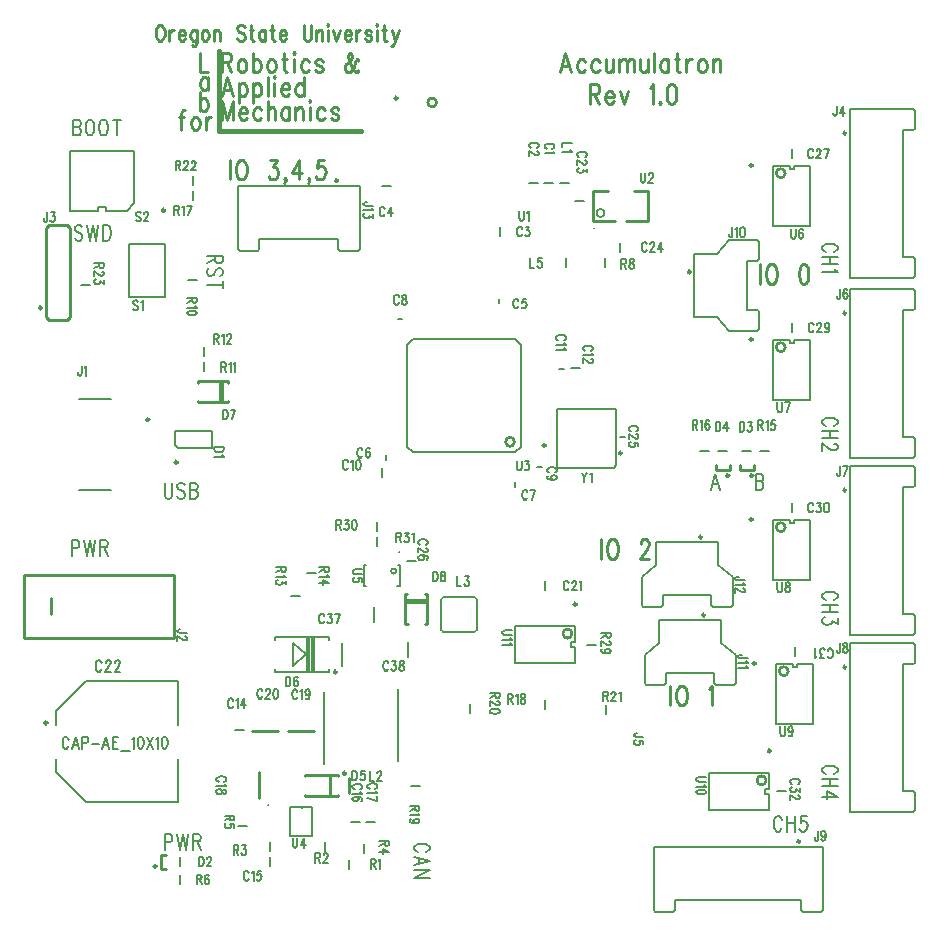
<source format=gto>
*
*
G04 PADS 9.3.1 Build Number: 456998 generated Gerber (RS-274-X) file*
G04 PC Version=2.1*
*
%IN "accumulatron_rev1.pcb"*%
*
%MOIN*%
*
%FSLAX35Y35*%
*
*
*
*
G04 PC Standard Apertures*
*
*
G04 Thermal Relief Aperture macro.*
%AMTER*
1,1,$1,0,0*
1,0,$1-$2,0,0*
21,0,$3,$4,0,0,45*
21,0,$3,$4,0,0,135*
%
*
*
G04 Annular Aperture macro.*
%AMANN*
1,1,$1,0,0*
1,0,$2,0,0*
%
*
*
G04 Odd Aperture macro.*
%AMODD*
1,1,$1,0,0*
1,0,$1-0.005,0,0*
%
*
*
G04 PC Custom Aperture Macros*
*
*
*
*
*
*
G04 PC Aperture Table*
*
%ADD010C,0.001*%
%ADD012C,0.00787*%
%ADD014C,0.008*%
%ADD020C,0.01*%
%ADD042C,0.015*%
%ADD064C,0.005*%
%ADD065C,0.01024*%
%ADD066C,0.00984*%
%ADD067C,0.00787*%
%ADD068C,0.00787*%
%ADD069C,0.00591*%
*
*
*
*
G04 PC Circuitry*
G04 Layer Name accumulatron_rev1.pcb - circuitry*
%LPD*%
*
*
G04 PC Custom Flashes*
G04 Layer Name accumulatron_rev1.pcb - flashes*
%LPD*%
*
*
G04 PC Circuitry*
G04 Layer Name accumulatron_rev1.pcb - circuitry*
%LPD*%
*
G54D10*
G54D12*
G01X274500Y344339D02*
X277500D01*
X269400D02*
X272400D01*
X259861Y326400D02*
Y329400D01*
X220500Y343139D02*
X223500D01*
X279600Y344339D02*
X282600D01*
X152382Y256044D02*
X151398Y257028D01*
Y261556*
X163602*
Y256044*
X152382*
X266598Y290229D02*
X264629Y292198D01*
X230771*
X228802Y290229*
Y256371*
X230771Y254402*
X264629*
X266598Y256371*
Y290229*
X259500Y305687D02*
Y304113D01*
X221800Y252013D02*
Y253587D01*
X264700Y242813D02*
Y244387D01*
X225613Y299000D02*
X227187D01*
X273587Y249400D02*
X272013D01*
X220339Y249100D02*
Y246100D01*
X281087Y282300D02*
X279513D01*
X283300Y282539D02*
X286300D01*
X152961Y116500D02*
Y119500D01*
X343500Y254961D02*
X340500D01*
X335500D02*
X332500D01*
X189660Y136321D02*
X197140D01*
Y126479*
X189660*
Y136321*
X182570Y136912D02*
G75*
G03X182570I-194J0D01*
G01X193593Y135731D02*
G03X193593I-193J0D01*
G01X209239Y118700D02*
Y115700D01*
X201332Y124585D02*
Y121585D01*
X171300Y161939D02*
X174300D01*
X183206Y116559D02*
Y119559D01*
Y121674D02*
Y124674D01*
X214504Y120784D02*
Y123784D01*
X213143Y131345D02*
X210143D01*
X218143D02*
X215143D01*
X172259Y129799D02*
X175259D01*
X274761Y208600D02*
Y211600D01*
X200998Y150692D02*
Y174708D01*
X225802Y151381D02*
Y175397D01*
X152961Y110500D02*
Y113500D01*
X284800Y338239D02*
X287800D01*
X299839Y324200D02*
Y321200D01*
X281761Y316200D02*
Y319200D01*
X294661Y316200D02*
Y319200D01*
X136094Y323858D02*
X147906D01*
Y306142*
X136094*
Y323858*
X155600Y312039D02*
X158600D01*
X152276Y163709D02*
Y178276D01*
X121862*
X111724Y168138*
Y163709*
X152276Y152291D02*
Y137724D01*
X121862*
X111724Y147862*
Y152291*
X298343Y250145D02*
X297555Y249357D01*
X278657*
Y269043*
X298343*
Y250145*
X299713Y259600D02*
X301287D01*
X120200Y310239D02*
X123200D01*
X160961Y281500D02*
Y284500D01*
X161039Y289500D02*
Y286500D01*
X193200Y206661D02*
X190200D01*
X198300Y214061D02*
X195300D01*
X349500Y254961D02*
X346500D01*
X329500D02*
X326500D01*
X137772Y337500D02*
X135272Y335000D01*
X128347*
Y336250*
X125653*
Y335000*
X116228*
Y355000*
X137772*
Y337500*
X274639Y172000D02*
Y169000D01*
X229900Y143239D02*
X232900D01*
X249761Y167500D02*
Y170500D01*
X295061Y167200D02*
Y170200D01*
X157439Y341400D02*
Y338400D01*
Y346500D02*
Y343500D01*
X350858Y350000D02*
X356232D01*
Y348750*
X357768*
Y350000*
X363142*
Y330000*
X350858*
Y350000*
X356961Y352500D02*
Y355500D01*
X350858Y292000D02*
X356232D01*
Y290750*
X357768*
Y292000*
X363142*
Y272000*
X350858*
Y292000*
X356961Y294500D02*
Y297500D01*
X350858Y232000D02*
X356232D01*
Y230750*
X357768*
Y232000*
X363142*
Y212000*
X350858*
Y232000*
X356961Y234500D02*
Y237500D01*
X351858Y184000D02*
X357232D01*
Y182750*
X358768*
Y184000*
X364142*
Y164000*
X351858*
Y184000*
X357961Y186500D02*
Y189500D01*
X349400Y147542D02*
Y142168D01*
X348150*
Y140632*
X349400*
Y135258*
X329400*
Y147542*
X349400*
X351900Y141439D02*
X354900D01*
X288600Y190339D02*
X291600D01*
X284700Y196442D02*
Y191068D01*
X283450*
Y189532*
X284700*
Y184158*
X264700*
Y196442*
X284700*
X197737Y181588D02*
Y192612D01*
X196950Y181588D02*
Y192612D01*
X196162Y181588D02*
Y192612D01*
X194981Y187100D02*
X190650Y183163D01*
Y191037*
X194981Y187100*
X195375Y181588D02*
Y192612D01*
X207186Y183163D02*
Y191037D01*
X202855Y182376D02*
Y181194D01*
X184745*
Y182376*
Y191824D02*
Y193006D01*
X202855*
Y191824*
X291044Y329094D02*
G03X291044I-194J0D01*
G01X294591Y334212D02*
G03X294591I-1378J0D01*
G01X225715Y216843D02*
X226424D01*
Y209757*
X225518*
X215085D02*
X214376D01*
Y216843*
X215085*
X226105Y221174D02*
G03X226105I-193J0D01*
G01X225217Y214875D02*
G03X225217I-880J0D01*
G01X228800Y218139D02*
X231800D01*
X217800Y197800D02*
Y202800D01*
X229100Y191200D02*
Y186200D01*
X251906Y205418D02*
G03X251118Y206206I-788J0D01*
G01X251906Y205418D02*
Y195182D01*
X251118Y194394D02*
G03X251906Y195182I0J788D01*
G01X251118Y194394D02*
X240882D01*
X240094Y195182D02*
G03X240882Y194394I788J-0D01*
G01X240094Y195182D02*
Y205418D01*
X240882Y206206D02*
G03X240094Y205418I-0J-788D01*
G01X240882Y206206D02*
X251118D01*
X218739Y231200D02*
Y228200D01*
X218661Y223200D02*
Y226200D01*
G54D14*
X117000Y225250D02*
Y220000D01*
Y225250D02*
X118636D01*
X119182Y225000*
X119364Y224750*
X119545Y224250*
Y223500*
X119364Y223000*
X119182Y222750*
X118636Y222500*
X117000*
X121182Y225250D02*
X122091Y220000D01*
X123000Y225250D02*
X122091Y220000D01*
X123000Y225250D02*
X123909Y220000D01*
X124818Y225250D02*
X123909Y220000D01*
X126455Y225250D02*
Y220000D01*
Y225250D02*
X128091D01*
X128636Y225000*
X128818Y224750*
X129000Y224250*
Y223750*
X128818Y223250*
X128636Y223000*
X128091Y222750*
X126455*
X127727D02*
X129000Y220000D01*
X148000Y244250D02*
Y240500D01*
X148182Y239750*
X148545Y239250*
X149091Y239000*
X149455*
X150000Y239250*
X150364Y239750*
X150545Y240500*
Y244250*
X154727Y243500D02*
X154364Y244000D01*
X153818Y244250*
X153091*
X152545Y244000*
X152182Y243500*
Y243000*
X152364Y242500*
X152545Y242250*
X152909Y242000*
X154000Y241500*
X154364Y241250*
X154545Y241000*
X154727Y240500*
Y239750*
X154364Y239250*
X153818Y239000*
X153091*
X152545Y239250*
X152182Y239750*
X156364Y244250D02*
Y239000D01*
Y244250D02*
X158000D01*
X158545Y244000*
X158727Y243750*
X158909Y243250*
Y242750*
X158727Y242250*
X158545Y242000*
X158000Y241750*
X156364D02*
X158000D01*
X158545Y241500*
X158727Y241250*
X158909Y240750*
Y240000*
X158727Y239500*
X158545Y239250*
X158000Y239000*
X156364*
X167250Y320000D02*
X162000D01*
X167250D02*
Y318364D01*
X167000Y317818*
X166750Y317636*
X166250Y317455*
X165750*
X165250Y317636*
X165000Y317818*
X164750Y318364*
Y320000*
Y318727D02*
X162000Y317455D01*
X166500Y313273D02*
X167000Y313636D01*
X167250Y314182*
Y314909*
X167000Y315455*
X166500Y315818*
X166000*
X165500Y315636*
X165250Y315455*
X165000Y315091*
X164500Y314000*
X164250Y313636*
X164000Y313455*
X163500Y313273*
X162750*
X162250Y313636*
X162000Y314182*
Y314909*
X162250Y315455*
X162750Y315818*
X167250Y310364D02*
X162000D01*
X167250Y311636D02*
Y309091D01*
X117400Y365350D02*
Y360100D01*
Y365350D02*
X119036D01*
X119582Y365100*
X119764Y364850*
X119945Y364350*
Y363850*
X119764Y363350*
X119582Y363100*
X119036Y362850*
X117400D02*
X119036D01*
X119582Y362600*
X119764Y362350*
X119945Y361850*
Y361100*
X119764Y360600*
X119582Y360350*
X119036Y360100*
X117400*
X122673Y365350D02*
X122309Y365100D01*
X121945Y364600*
X121764Y364100*
X121582Y363350*
Y362100*
X121764Y361350*
X121945Y360850*
X122309Y360350*
X122673Y360100*
X123400*
X123764Y360350*
X124127Y360850*
X124309Y361350*
X124491Y362100*
Y363350*
X124309Y364100*
X124127Y364600*
X123764Y365100*
X123400Y365350*
X122673*
X127218D02*
X126855Y365100D01*
X126491Y364600*
X126309Y364100*
X126127Y363350*
Y362100*
X126309Y361350*
X126491Y360850*
X126855Y360350*
X127218Y360100*
X127945*
X128309Y360350*
X128673Y360850*
X128855Y361350*
X129036Y362100*
Y363350*
X128855Y364100*
X128673Y364600*
X128309Y365100*
X127945Y365350*
X127218*
X131945D02*
Y360100D01*
X130673Y365350D02*
X133218D01*
X120545Y329500D02*
X120182Y330000D01*
X119636Y330250*
X118909*
X118364Y330000*
X118000Y329500*
Y329000*
X118182Y328500*
X118364Y328250*
X118727Y328000*
X119818Y327500*
X120182Y327250*
X120364Y327000*
X120545Y326500*
Y325750*
X120182Y325250*
X119636Y325000*
X118909*
X118364Y325250*
X118000Y325750*
X122182Y330250D02*
X123091Y325000D01*
X124000Y330250D02*
X123091Y325000D01*
X124000Y330250D02*
X124909Y325000D01*
X125818Y330250D02*
X124909Y325000D01*
X127455Y330250D02*
Y325000D01*
Y330250D02*
X128727D01*
X129273Y330000*
X129636Y329500*
X129818Y329000*
X130000Y328250*
Y327000*
X129818Y326250*
X129636Y325750*
X129273Y325250*
X128727Y325000*
X127455*
X148000Y127250D02*
Y122000D01*
Y127250D02*
X149636D01*
X150182Y127000*
X150364Y126750*
X150545Y126250*
Y125500*
X150364Y125000*
X150182Y124750*
X149636Y124500*
X148000*
X152182Y127250D02*
X153091Y122000D01*
X154000Y127250D02*
X153091Y122000D01*
X154000Y127250D02*
X154909Y122000D01*
X155818Y127250D02*
X154909Y122000D01*
X157455Y127250D02*
Y122000D01*
Y127250D02*
X159091D01*
X159636Y127000*
X159818Y126750*
X160000Y126250*
Y125750*
X159818Y125250*
X159636Y125000*
X159091Y124750*
X157455*
X158727D02*
X160000Y122000D01*
X331455Y247250D02*
X330000Y242000D01*
X331455Y247250D02*
X332909Y242000D01*
X330545Y243750D02*
X332364D01*
X345000Y247250D02*
Y242000D01*
Y247250D02*
X346636D01*
X347182Y247000*
X347364Y246750*
X347545Y246250*
Y245750*
X347364Y245250*
X347182Y245000*
X346636Y244750*
X345000D02*
X346636D01*
X347182Y244500*
X347364Y244250*
X347545Y243750*
Y243000*
X347364Y242500*
X347182Y242250*
X346636Y242000*
X345000*
X371000Y321273D02*
X371500Y321455D01*
X372000Y321818*
X372250Y322182*
Y322909*
X372000Y323273*
X371500Y323636*
X371000Y323818*
X370250Y324000*
X369000*
X368250Y323818*
X367750Y323636*
X367250Y323273*
X367000Y322909*
Y322182*
X367250Y321818*
X367750Y321455*
X368250Y321273*
X372250Y319636D02*
X367000D01*
X372250Y317091D02*
X367000D01*
X369750Y319636D02*
Y317091D01*
X371250Y315455D02*
X371500Y315091D01*
X372250Y314545*
X367000*
X371000Y263273D02*
X371500Y263455D01*
X372000Y263818*
X372250Y264182*
Y264909*
X372000Y265273*
X371500Y265636*
X371000Y265818*
X370250Y266000*
X369000*
X368250Y265818*
X367750Y265636*
X367250Y265273*
X367000Y264909*
Y264182*
X367250Y263818*
X367750Y263455*
X368250Y263273*
X372250Y261636D02*
X367000D01*
X372250Y259091D02*
X367000D01*
X369750Y261636D02*
Y259091D01*
X371000Y257273D02*
X371250D01*
X371750Y257091*
X372000Y256909*
X372250Y256545*
Y255818*
X372000Y255455*
X371750Y255273*
X371250Y255091*
X370750*
X370250Y255273*
X369500Y255636*
X367000Y257455*
Y254909*
X371000Y205273D02*
X371500Y205455D01*
X372000Y205818*
X372250Y206182*
Y206909*
X372000Y207273*
X371500Y207636*
X371000Y207818*
X370250Y208000*
X369000*
X368250Y207818*
X367750Y207636*
X367250Y207273*
X367000Y206909*
Y206182*
X367250Y205818*
X367750Y205455*
X368250Y205273*
X372250Y203636D02*
X367000D01*
X372250Y201091D02*
X367000D01*
X369750Y203636D02*
Y201091D01*
X372250Y199091D02*
Y197091D01*
X370250Y198182*
Y197636*
X370000Y197273*
X369750Y197091*
X369000Y196909*
X368500*
X367750Y197091*
X367250Y197455*
X367000Y198000*
Y198545*
X367250Y199091*
X367500Y199273*
X368000Y199455*
X371000Y147273D02*
X371500Y147455D01*
X372000Y147818*
X372250Y148182*
Y148909*
X372000Y149273*
X371500Y149636*
X371000Y149818*
X370250Y150000*
X369000*
X368250Y149818*
X367750Y149636*
X367250Y149273*
X367000Y148909*
Y148182*
X367250Y147818*
X367750Y147455*
X368250Y147273*
X372250Y145636D02*
X367000D01*
X372250Y143091D02*
X367000D01*
X369750Y145636D02*
Y143091D01*
X372250Y139636D02*
X368750Y141455D01*
Y138727*
X372250Y139636D02*
X367000D01*
X353727Y132000D02*
X353545Y132500D01*
X353182Y133000*
X352818Y133250*
X352091*
X351727Y133000*
X351364Y132500*
X351182Y132000*
X351000Y131250*
Y130000*
X351182Y129250*
X351364Y128750*
X351727Y128250*
X352091Y128000*
X352818*
X353182Y128250*
X353545Y128750*
X353727Y129250*
X355364Y133250D02*
Y128000D01*
X357909Y133250D02*
Y128000D01*
X355364Y130750D02*
X357909D01*
X361909Y133250D02*
X360091D01*
X359909Y131000*
X360091Y131250*
X360636Y131500*
X361182*
X361727Y131250*
X362091Y130750*
X362273Y130000*
X362091Y129500*
X361909Y128750*
X361545Y128250*
X361000Y128000*
X360455*
X359909Y128250*
X359727Y128500*
X359545Y129000*
X235000Y121273D02*
X235500Y121455D01*
X236000Y121818*
X236250Y122182*
Y122909*
X236000Y123273*
X235500Y123636*
X235000Y123818*
X234250Y124000*
X233000*
X232250Y123818*
X231750Y123636*
X231250Y123273*
X231000Y122909*
Y122182*
X231250Y121818*
X231750Y121455*
X232250Y121273*
X236250Y118182D02*
X231000Y119636D01*
X236250Y118182D02*
X231000Y116727D01*
X232750Y119091D02*
Y117273D01*
X236250Y115091D02*
X231000D01*
X236250D02*
X231000Y112545D01*
X236250D02*
X231000D01*
G54D20*
X142793Y265368D02*
G03X142793I-500J0D01*
G01X152291Y251123D02*
G03X152291I-500J0D01*
G01X264554Y257946D02*
G03X264554I-1500J0D01*
G01X274972Y256765D02*
G03X274972I-500J0D01*
G01X145232Y116425D02*
G03X145232I-500J0D01*
G01X344075Y246732D02*
G03X344075I-500J0D01*
G01X336075D02*
G03X336075I-500J0D01*
G01X209514Y145900D02*
Y140900D01*
X205612Y146700D02*
Y146904D01*
X194590*
Y146700*
X205613Y140100D02*
Y139896D01*
X194589*
Y140100*
X203184Y146822D02*
Y140078D01*
X208357Y147454D02*
G03X208357I-500J0D01*
G01X179400Y139069D02*
Y147731D01*
X189069Y161400D02*
X197731D01*
X177069D02*
X185731D01*
X101000Y213500D02*
Y192500D01*
X151000*
Y213500*
X101000*
X110100Y200500D02*
Y205800D01*
X300369Y254178D02*
G03X300369I-500J0D01*
G01X169100Y271600D02*
Y271100D01*
X159200*
Y271600*
Y277500D02*
Y278200D01*
X169200*
Y277700*
X167200Y271100D02*
Y278200D01*
X166300Y271200D02*
Y278000D01*
X109447Y298563D02*
X108463Y299547D01*
Y329075*
X109447Y330059*
X115353*
X116337Y329075*
Y299547*
X115353Y298563*
X109447*
X107000Y302600D02*
G03X107000I-500J0D01*
G01X148050Y335100D02*
G03X148050I-500J0D01*
G01X344000Y350100D02*
G03X344000I-500J0D01*
G01X354800Y347500D02*
G03X354800I-1500J0D01*
G01X375108Y360850D02*
G03X375108I-447J0D01*
G01X344000Y292100D02*
G03X344000I-500J0D01*
G01X354800Y289500D02*
G03X354800I-1500J0D01*
G01X375108Y300850D02*
G03X375108I-447J0D01*
G01X344000Y232100D02*
G03X344000I-500J0D01*
G01X354800Y229500D02*
G03X354800I-1500J0D01*
G01X375108Y241850D02*
G03X375108I-447J0D01*
G01X345000Y184100D02*
G03X345000I-500J0D01*
G01X355800Y181500D02*
G03X355800I-1500J0D01*
G01X375108Y182850D02*
G03X375108I-447J0D01*
G01X350000Y154900D02*
G03X350000I-500J0D01*
G01X348400Y145100D02*
G03X348400I-1500J0D01*
G01X359697Y124739D02*
G03X359697I-447J0D01*
G01X238602Y371070D02*
G03X238602I-1500J0D01*
G01X225587Y372531D02*
G03X225587I-500J0D01*
G01X285300Y203800D02*
G03X285300I-500J0D01*
G01X283700Y194000D02*
G03X283700I-1500J0D01*
G01X205324Y181194D02*
G03X205324I-500J0D01*
G01X295575Y341692D02*
X290850D01*
Y331456*
X297937*
X301874D02*
X308961D01*
Y341692*
X304236*
X234800Y207200D02*
X235300D01*
Y197300*
X234800*
X228900D02*
X228200D01*
Y207300*
X228700*
X235300Y205300D02*
X228200D01*
X235200Y204400D02*
X228400D01*
X323311Y314591D02*
G03X323311I-500J0D01*
G01X328091Y200189D02*
G03X328091I-500J0D01*
G01X327091Y226189D02*
G03X327091I-500J0D01*
G01X205624Y345039D02*
G03X205624I-447J0D01*
G01X281545Y387663D02*
X279727Y381100D01*
X281545Y387663D02*
X283364Y381100D01*
X280409Y383288D02*
X282682D01*
X288136Y384538D02*
X287682Y385163D01*
X287682D02*
X287227Y385475D01*
X286545*
X286091Y385163*
X286091D02*
X285636Y384538D01*
X285636D02*
X285409Y383600D01*
Y382975*
X285636Y382038*
X285636D02*
X286091Y381413D01*
X286091D02*
X286545Y381100D01*
X287227*
X287682Y381413*
X287682D02*
X288136Y382038D01*
X292909Y384538D02*
X292455Y385163D01*
X292455D02*
X292000Y385475D01*
X291318*
X290864Y385163*
X290864D02*
X290409Y384538D01*
X290409D02*
X290182Y383600D01*
Y382975*
X290409Y382038*
X290409D02*
X290864Y381413D01*
X290864D02*
X291318Y381100D01*
X292000*
X292455Y381413*
X292455D02*
X292909Y382038D01*
X294955Y385475D02*
Y382350D01*
X295182Y381413*
X295182D02*
X295636Y381100D01*
X296318*
X296773Y381413*
X296773D02*
X297455Y382350D01*
Y385475D02*
Y381100D01*
X299500Y385475D02*
Y381100D01*
Y384225D02*
X300182Y385163D01*
X300182D02*
X300636Y385475D01*
X301318*
X301773Y385163*
X301773D02*
X302000Y384225D01*
Y381100*
Y384225D02*
X302682Y385163D01*
X302682D02*
X303136Y385475D01*
X303818*
X304273Y385163*
X304273D02*
X304500Y384225D01*
Y381100*
X306545Y385475D02*
Y382350D01*
X306773Y381413*
X306773D02*
X307227Y381100D01*
X307909*
X308364Y381413*
X308364D02*
X309045Y382350D01*
Y385475D02*
Y381100D01*
X311091Y387663D02*
Y381100D01*
X315864Y385475D02*
Y381100D01*
Y384538D02*
X315409Y385163D01*
X315409D02*
X314955Y385475D01*
X314273*
X313818Y385163*
X313818D02*
X313364Y384538D01*
X313364D02*
X313136Y383600D01*
Y382975*
X313364Y382038*
X313364D02*
X313818Y381413D01*
X313818D02*
X314273Y381100D01*
X314955*
X315409Y381413*
X315409D02*
X315864Y382038D01*
X318591Y387663D02*
Y382350D01*
X318818Y381413*
X318818D02*
X319273Y381100D01*
X319727*
X317909Y385475D02*
X319500D01*
X321773D02*
Y381100D01*
Y383600D02*
X322000Y384538D01*
X322000D02*
X322455Y385163D01*
X322455D02*
X322909Y385475D01*
X323591*
X326773D02*
X326318Y385163D01*
X326318D02*
X325864Y384538D01*
X325864D02*
X325636Y383600D01*
Y382975*
X325864Y382038*
X325864D02*
X326318Y381413D01*
X326318D02*
X326773Y381100D01*
X327455*
X327909Y381413*
X327909D02*
X328364Y382038D01*
X328364D02*
X328591Y382975D01*
Y383600*
X328364Y384538*
X328364D02*
X327909Y385163D01*
X327909D02*
X327455Y385475D01*
X326773*
X330636D02*
Y381100D01*
Y384225D02*
X331318Y385163D01*
X331318D02*
X331773Y385475D01*
X332455*
X332909Y385163*
X332909D02*
X333136Y384225D01*
Y381100*
X289614Y377063D02*
Y370500D01*
Y377063D02*
X291659D01*
X291659D02*
X292341Y376750D01*
X292568Y376438*
X292568D02*
X292795Y375813D01*
X292795D02*
Y375188D01*
X292795D02*
X292568Y374563D01*
X292568D02*
X292341Y374250D01*
X291659Y373938*
X291659D02*
X289614D01*
X291205D02*
X292795Y370500D01*
X294841Y373000D02*
X297568D01*
Y373625*
X297341Y374250*
X297114Y374563*
X297114D02*
X296659Y374875D01*
X295977*
X295523Y374563*
X295523D02*
X295068Y373938D01*
X295068D02*
X294841Y373000D01*
Y372375*
X295068Y371438*
X295068D02*
X295523Y370813D01*
X295523D02*
X295977Y370500D01*
X296659*
X297114Y370813*
X297114D02*
X297568Y371438D01*
X299614Y374875D02*
X300977Y370500D01*
X302341Y374875D02*
X300977Y370500D01*
X309614Y375813D02*
X310068Y376125D01*
X310750Y377063*
X310750D02*
Y370500D01*
X313023Y371125D02*
X312795Y370813D01*
X312795D02*
X313023Y370500D01*
X313250Y370813*
X313250D02*
X313023Y371125D01*
X316659Y377063D02*
X315977Y376750D01*
X315523Y375813*
X315523D02*
X315295Y374250D01*
Y373313*
X315295D02*
X315523Y371750D01*
X315977Y370813*
X315977D02*
X316659Y370500D01*
X317114*
X317795Y370813*
X317795D02*
X318250Y371750D01*
X318477Y373313*
X318477D02*
Y374250D01*
X318250Y375813*
X318250D02*
X317795Y376750D01*
X317114Y377063*
X317114D02*
X316659D01*
X146091Y396950D02*
X145727Y396700D01*
X145364Y396200*
X145182Y395700*
X145000Y394950*
Y393700*
X145182Y392950*
X145364Y392450*
X145727Y391950*
X146091Y391700*
X146818*
X147182Y391950*
X147545Y392450*
X147727Y392950*
X147909Y393700*
Y394950*
X147727Y395700*
X147545Y396200*
X147182Y396700*
X146818Y396950*
X146091*
X149545Y395200D02*
Y391700D01*
Y393700D02*
X149727Y394450D01*
X150091Y394950*
X150455Y395200*
X151000*
X152636Y393700D02*
X154818D01*
Y394200*
X154636Y394700*
X154455Y394950*
X154091Y395200*
X153545*
X153182Y394950*
X152818Y394450*
X152636Y393700*
Y393200*
X152818Y392450*
X153182Y391950*
X153545Y391700*
X154091*
X154455Y391950*
X154818Y392450*
X158636Y395200D02*
Y391200D01*
X158455Y390450*
X158273Y390200*
X157909Y389950*
X157364*
X157000Y390200*
X158636Y394450D02*
X158273Y394950D01*
X157909Y395200*
X157364*
X157000Y394950*
X156636Y394450*
X156455Y393700*
Y393200*
X156636Y392450*
X157000Y391950*
X157364Y391700*
X157909*
X158273Y391950*
X158636Y392450*
X161182Y395200D02*
X160818Y394950D01*
X160455Y394450*
X160273Y393700*
Y393200*
X160455Y392450*
X160818Y391950*
X161182Y391700*
X161727*
X162091Y391950*
X162455Y392450*
X162636Y393200*
Y393700*
X162455Y394450*
X162091Y394950*
X161727Y395200*
X161182*
X164273D02*
Y391700D01*
Y394200D02*
X164818Y394950D01*
X165182Y395200*
X165727*
X166091Y394950*
X166273Y394200*
Y391700*
X174636Y396200D02*
X174273Y396700D01*
X173727Y396950*
X173000*
X172455Y396700*
X172091Y396200*
Y395700*
X172273Y395200*
X172455Y394950*
X172818Y394700*
X173909Y394200*
X174273Y393950*
X174455Y393700*
X174636Y393200*
Y392450*
X174273Y391950*
X173727Y391700*
X173000*
X172455Y391950*
X172091Y392450*
X176818Y396950D02*
Y392700D01*
X177000Y391950*
X177364Y391700*
X177727*
X176273Y395200D02*
X177545D01*
X181545D02*
Y391700D01*
Y394450D02*
X181182Y394950D01*
X180818Y395200*
X180273*
X179909Y394950*
X179545Y394450*
X179364Y393700*
Y393200*
X179545Y392450*
X179909Y391950*
X180273Y391700*
X180818*
X181182Y391950*
X181545Y392450*
X183727Y396950D02*
Y392700D01*
X183909Y391950*
X184273Y391700*
X184636*
X183182Y395200D02*
X184455D01*
X186273Y393700D02*
X188455D01*
Y394200*
X188273Y394700*
X188091Y394950*
X187727Y395200*
X187182*
X186818Y394950*
X186455Y394450*
X186273Y393700*
Y393200*
X186455Y392450*
X186818Y391950*
X187182Y391700*
X187727*
X188091Y391950*
X188455Y392450*
X194273Y396950D02*
Y393200D01*
X194455Y392450*
X194818Y391950*
X195364Y391700*
X195727*
X196273Y391950*
X196636Y392450*
X196818Y393200*
Y396950*
X198455Y395200D02*
Y391700D01*
Y394200D02*
X199000Y394950D01*
X199364Y395200*
X199909*
X200273Y394950*
X200455Y394200*
Y391700*
X202091Y396950D02*
X202273Y396700D01*
X202455Y396950*
X202273Y397200*
X202091Y396950*
X202273Y395200D02*
Y391700D01*
X204091Y395200D02*
X205182Y391700D01*
X206273Y395200D02*
X205182Y391700D01*
X207909Y393700D02*
X210091D01*
Y394200*
X209909Y394700*
X209727Y394950*
X209364Y395200*
X208818*
X208455Y394950*
X208091Y394450*
X207909Y393700*
Y393200*
X208091Y392450*
X208455Y391950*
X208818Y391700*
X209364*
X209727Y391950*
X210091Y392450*
X211727Y395200D02*
Y391700D01*
Y393700D02*
X211909Y394450D01*
X212273Y394950*
X212636Y395200*
X213182*
X216818Y394450D02*
X216636Y394950D01*
X216091Y395200*
X215545*
X215000Y394950*
X214818Y394450*
X215000Y393950*
X215364Y393700*
X216273Y393450*
X216636Y393200*
X216818Y392700*
Y392450*
X216636Y391950*
X216091Y391700*
X215545*
X215000Y391950*
X214818Y392450*
X218455Y396950D02*
X218636Y396700D01*
X218818Y396950*
X218636Y397200*
X218455Y396950*
X218636Y395200D02*
Y391700D01*
X221000Y396950D02*
Y392700D01*
X221182Y391950*
X221545Y391700*
X221909*
X220455Y395200D02*
X221727D01*
X223727D02*
X224818Y391700D01*
X225909Y395200D02*
X224818Y391700D01*
X224455Y390700*
X224091Y390200*
X223727Y389950*
X223545*
X167000Y387663D02*
Y381100D01*
Y387663D02*
X169045D01*
X169045D02*
X169727Y387350D01*
X169955Y387038*
X169955D02*
X170182Y386413D01*
X170182D02*
Y385788D01*
X170182D02*
X169955Y385163D01*
X169955D02*
X169727Y384850D01*
X169045Y384538*
X169045D02*
X167000D01*
X168591D02*
X170182Y381100D01*
X173364Y385475D02*
X172909Y385163D01*
X172909D02*
X172455Y384538D01*
X172455D02*
X172227Y383600D01*
Y382975*
X172455Y382038*
X172455D02*
X172909Y381413D01*
X172909D02*
X173364Y381100D01*
X174045*
X174500Y381413*
X174500D02*
X174955Y382038D01*
X174955D02*
X175182Y382975D01*
Y383600*
X174955Y384538*
X174955D02*
X174500Y385163D01*
X174500D02*
X174045Y385475D01*
X173364*
X177227Y387663D02*
Y381100D01*
Y384538D02*
X177682Y385163D01*
X177682D02*
X178136Y385475D01*
X178818*
X179273Y385163*
X179273D02*
X179727Y384538D01*
X179727D02*
X179955Y383600D01*
Y382975*
X179727Y382038*
X179727D02*
X179273Y381413D01*
X179273D02*
X178818Y381100D01*
X178136*
X177682Y381413*
X177682D02*
X177227Y382038D01*
X183136Y385475D02*
X182682Y385163D01*
X182682D02*
X182227Y384538D01*
X182227D02*
X182000Y383600D01*
Y382975*
X182227Y382038*
X182227D02*
X182682Y381413D01*
X182682D02*
X183136Y381100D01*
X183818*
X184273Y381413*
X184273D02*
X184727Y382038D01*
X184727D02*
X184955Y382975D01*
Y383600*
X184727Y384538*
X184727D02*
X184273Y385163D01*
X184273D02*
X183818Y385475D01*
X183136*
X187682Y387663D02*
Y382350D01*
X187909Y381413*
X187909D02*
X188364Y381100D01*
X188818*
X187000Y385475D02*
X188591D01*
X190864Y387663D02*
X191091Y387350D01*
X191318Y387663*
X191318D02*
X191091Y387975D01*
X190864Y387663*
X191091Y385475D02*
Y381100D01*
X196091Y384538D02*
X195636Y385163D01*
X195636D02*
X195182Y385475D01*
X194500*
X194045Y385163*
X194045D02*
X193591Y384538D01*
X193591D02*
X193364Y383600D01*
Y382975*
X193591Y382038*
X193591D02*
X194045Y381413D01*
X194045D02*
X194500Y381100D01*
X195182*
X195636Y381413*
X195636D02*
X196091Y382038D01*
X200636Y384538D02*
X200409Y385163D01*
X200409D02*
X199727Y385475D01*
X199045*
X198364Y385163*
X198364D02*
X198136Y384538D01*
X198136D02*
X198364Y383913D01*
X198364D02*
X198818Y383600D01*
X199955Y383288*
X199955D02*
X200409Y382975D01*
X200636Y382350*
Y382038*
X200636D02*
X200409Y381413D01*
X200409D02*
X199727Y381100D01*
X199045*
X198364Y381413*
X198364D02*
X198136Y382038D01*
X212455Y384850D02*
Y385163D01*
X212455D02*
X212227Y385475D01*
X212000*
X211773Y385163*
X211773D02*
X211545Y384538D01*
X211545D02*
X211091Y382975D01*
X210636Y382038*
X210636D02*
X210182Y381413D01*
X210182D02*
X209727Y381100D01*
X208818*
X208364Y381413*
X208364D02*
X208136Y381725D01*
X207909Y382350*
Y382975*
X208136Y383600*
X208364Y383913*
X208364D02*
X209955Y385163D01*
X209955D02*
X210182Y385475D01*
X210409Y386100*
Y386725*
X210182Y387350*
X209727Y387663*
X209727D02*
X209273Y387350D01*
X209045Y386725*
Y386100*
X209273Y385163*
X209273D02*
X209727Y384225D01*
X210864Y382038*
X210864D02*
X211318Y381413D01*
X211318D02*
X211773Y381100D01*
X212227*
X212455Y381413*
X212455D02*
Y381725D01*
X168818Y379663D02*
X167000Y373100D01*
X168818Y379663D02*
X170636Y373100D01*
X167682Y375288D02*
X169955D01*
X172682Y377475D02*
Y370912D01*
Y376538D02*
X173136Y377163D01*
X173136D02*
X173591Y377475D01*
X174273*
X174727Y377163*
X174727D02*
X175182Y376538D01*
X175182D02*
X175409Y375600D01*
Y374975*
X175182Y374038*
X175182D02*
X174727Y373413D01*
X174727D02*
X174273Y373100D01*
X173591*
X173136Y373413*
X173136D02*
X172682Y374038D01*
X177455Y377475D02*
Y370912D01*
Y376538D02*
X177909Y377163D01*
X177909D02*
X178364Y377475D01*
X179045*
X179500Y377163*
X179500D02*
X179955Y376538D01*
X179955D02*
X180182Y375600D01*
Y374975*
X179955Y374038*
X179955D02*
X179500Y373413D01*
X179500D02*
X179045Y373100D01*
X178364*
X177909Y373413*
X177909D02*
X177455Y374038D01*
X182227Y379663D02*
Y373100D01*
X184273Y379663D02*
X184500Y379350D01*
X184727Y379663*
X184727D02*
X184500Y379975D01*
X184273Y379663*
X184500Y377475D02*
Y373100D01*
X186773Y375600D02*
X189500D01*
Y376225*
X189273Y376850*
X189045Y377163*
X189045D02*
X188591Y377475D01*
X187909*
X187455Y377163*
X187455D02*
X187000Y376538D01*
X187000D02*
X186773Y375600D01*
Y374975*
X187000Y374038*
X187000D02*
X187455Y373413D01*
X187455D02*
X187909Y373100D01*
X188591*
X189045Y373413*
X189045D02*
X189500Y374038D01*
X194273Y379663D02*
Y373100D01*
Y376538D02*
X193818Y377163D01*
X193818D02*
X193364Y377475D01*
X192682*
X192227Y377163*
X192227D02*
X191773Y376538D01*
X191773D02*
X191545Y375600D01*
Y374975*
X191773Y374038*
X191773D02*
X192227Y373413D01*
X192227D02*
X192682Y373100D01*
X193364*
X193818Y373413*
X193818D02*
X194273Y374038D01*
X159682Y387663D02*
Y381100D01*
X162409*
X167000Y371663D02*
Y365100D01*
Y371663D02*
X168818Y365100D01*
X170636Y371663D02*
X168818Y365100D01*
X170636Y371663D02*
Y365100D01*
X172682Y367600D02*
X175409D01*
Y368225*
X175182Y368850*
X174955Y369163*
X174955D02*
X174500Y369475D01*
X173818*
X173364Y369163*
X173364D02*
X172909Y368538D01*
X172909D02*
X172682Y367600D01*
Y366975*
X172909Y366038*
X172909D02*
X173364Y365413D01*
X173364D02*
X173818Y365100D01*
X174500*
X174955Y365413*
X174955D02*
X175409Y366038D01*
X180182Y368538D02*
X179727Y369163D01*
X179727D02*
X179273Y369475D01*
X178591*
X178136Y369163*
X178136D02*
X177682Y368538D01*
X177682D02*
X177455Y367600D01*
Y366975*
X177682Y366038*
X177682D02*
X178136Y365413D01*
X178136D02*
X178591Y365100D01*
X179273*
X179727Y365413*
X179727D02*
X180182Y366038D01*
X182227Y371663D02*
Y365100D01*
Y368225D02*
X182909Y369163D01*
X182909D02*
X183364Y369475D01*
X184045*
X184500Y369163*
X184500D02*
X184727Y368225D01*
Y365100*
X189500Y369475D02*
Y365100D01*
Y368538D02*
X189045Y369163D01*
X189045D02*
X188591Y369475D01*
X187909*
X187455Y369163*
X187455D02*
X187000Y368538D01*
X187000D02*
X186773Y367600D01*
Y366975*
X187000Y366038*
X187000D02*
X187455Y365413D01*
X187455D02*
X187909Y365100D01*
X188591*
X189045Y365413*
X189045D02*
X189500Y366038D01*
X191545Y369475D02*
Y365100D01*
Y368225D02*
X192227Y369163D01*
X192227D02*
X192682Y369475D01*
X193364*
X193818Y369163*
X193818D02*
X194045Y368225D01*
Y365100*
X196091Y371663D02*
X196318Y371350D01*
X196545Y371663*
X196545D02*
X196318Y371975D01*
X196091Y371663*
X196318Y369475D02*
Y365100D01*
X201318Y368538D02*
X200864Y369163D01*
X200864D02*
X200409Y369475D01*
X199727*
X199273Y369163*
X199273D02*
X198818Y368538D01*
X198818D02*
X198591Y367600D01*
Y366975*
X198818Y366038*
X198818D02*
X199273Y365413D01*
X199273D02*
X199727Y365100D01*
X200409*
X200864Y365413*
X200864D02*
X201318Y366038D01*
X205864Y368538D02*
X205636Y369163D01*
X205636D02*
X204955Y369475D01*
X204273*
X203591Y369163*
X203591D02*
X203364Y368538D01*
X203364D02*
X203591Y367913D01*
X203591D02*
X204045Y367600D01*
X205182Y367288*
X205182D02*
X205636Y366975D01*
X205864Y366350*
Y366038*
X205864D02*
X205636Y365413D01*
X205636D02*
X204955Y365100D01*
X204273*
X203591Y365413*
X203591D02*
X203364Y366038D01*
X162409Y379475D02*
Y375100D01*
Y378538D02*
X161955Y379163D01*
X161955D02*
X161500Y379475D01*
X160818*
X160364Y379163*
X160364D02*
X159909Y378538D01*
X159909D02*
X159682Y377600D01*
Y376975*
X159909Y376038*
X159909D02*
X160364Y375413D01*
X160364D02*
X160818Y375100D01*
X161500*
X161955Y375413*
X161955D02*
X162409Y376038D01*
X159682Y374663D02*
Y368100D01*
Y371538D02*
X160136Y372163D01*
X160136D02*
X160591Y372475D01*
X161273*
X161727Y372163*
X161727D02*
X162182Y371538D01*
X162182D02*
X162409Y370600D01*
Y369975*
X162182Y369038*
X162182D02*
X161727Y368413D01*
X161727D02*
X161273Y368100D01*
X160591*
X160136Y368413*
X160136D02*
X159682Y369038D01*
X154623Y368463D02*
X154168D01*
X154168D02*
X153714Y368150D01*
X153486Y367213*
X153486D02*
Y361900D01*
X152805Y366275D02*
X154395D01*
X157805D02*
X157350Y365963D01*
X157350D02*
X156895Y365338D01*
X156895D02*
X156668Y364400D01*
Y363775*
X156895Y362838*
X156895D02*
X157350Y362213D01*
X157350D02*
X157805Y361900D01*
X158486*
X158941Y362213*
X158941D02*
X159395Y362838D01*
X159395D02*
X159623Y363775D01*
Y364400*
X159395Y365338*
X159395D02*
X158941Y365963D01*
X158941D02*
X158486Y366275D01*
X157805*
X161668D02*
Y361900D01*
Y364400D02*
X161895Y365338D01*
X161895D02*
X162350Y365963D01*
X162350D02*
X162805Y366275D01*
X163486*
X169623Y351963D02*
Y345400D01*
X173032Y351963D02*
X172577Y351650D01*
X172123Y351025*
X171895Y350400*
X171668Y349463*
X171668D02*
Y347900D01*
X171895Y346963*
X171895D02*
X172123Y346338D01*
X172123D02*
X172577Y345713D01*
X172577D02*
X173032Y345400D01*
X173941*
X174395Y345713*
X174395D02*
X174850Y346338D01*
X174850D02*
X175077Y346963D01*
X175077D02*
X175305Y347900D01*
Y349463*
X175305D02*
X175077Y350400D01*
X174850Y351025*
X174395Y351650*
X173941Y351963*
X173941D02*
X173032D01*
X183032D02*
X185532D01*
X185532D02*
X184168Y349463D01*
X184168D02*
X184850D01*
X184850D02*
X185305Y349150D01*
X185532Y348838*
X185532D02*
X185759Y347900D01*
Y347275*
X185532Y346338*
X185532D02*
X185077Y345713D01*
X185077D02*
X184395Y345400D01*
X183714*
X183032Y345713*
X183032D02*
X182805Y346025D01*
X182577Y346650*
X188259Y345713D02*
X188032Y345400D01*
X187805Y345713*
X187805D02*
X188032Y346025D01*
X188259Y345713*
X188259D02*
Y345087D01*
X188259D02*
X188032Y344462D01*
X188032D02*
X187805Y344150D01*
X192577Y351963D02*
X190305Y347588D01*
X190305D02*
X193714D01*
X192577Y351963D02*
Y345400D01*
X196214Y345713D02*
X195986Y345400D01*
X195759Y345713*
X195759D02*
X195986Y346025D01*
X196214Y345713*
X196214D02*
Y345087D01*
X196214D02*
X195986Y344462D01*
X195986D02*
X195759Y344150D01*
X201214Y351963D02*
X198941D01*
X198941D02*
X198714Y349150D01*
X198941Y349463*
X198941D02*
X199623Y349775D01*
X200305*
X200986Y349463*
X200986D02*
X201441Y348838D01*
X201441D02*
X201668Y347900D01*
X201441Y347275*
X201214Y346338*
X201214D02*
X200759Y345713D01*
X200759D02*
X200077Y345400D01*
X199395*
X198714Y345713*
X198714D02*
X198486Y346025D01*
X198259Y346650*
X346377Y317163D02*
Y310600D01*
X349786Y317163D02*
X349332Y316850D01*
X348877Y316225*
X348650Y315600*
X348423Y314663*
X348423D02*
Y313100D01*
X348650Y312163*
X348650D02*
X348877Y311538D01*
X348877D02*
X349332Y310913D01*
X349332D02*
X349786Y310600D01*
X350695*
X351150Y310913*
X351150D02*
X351605Y311538D01*
X351605D02*
X351832Y312163D01*
X351832D02*
X352059Y313100D01*
Y314663*
X352059D02*
X351832Y315600D01*
X351605Y316225*
X351150Y316850*
X350695Y317163*
X350695D02*
X349786D01*
X360695D02*
X360014Y316850D01*
X359559Y315913*
X359559D02*
X359332Y314350D01*
Y313413*
X359332D02*
X359559Y311850D01*
X360014Y310913*
X360014D02*
X360695Y310600D01*
X361150*
X361832Y310913*
X361832D02*
X362286Y311850D01*
X362514Y313413*
X362514D02*
Y314350D01*
X362286Y315913*
X362286D02*
X361832Y316850D01*
X361150Y317163*
X361150D02*
X360695D01*
X293377Y225563D02*
Y219000D01*
X296786Y225563D02*
X296332Y225250D01*
X295877Y224625*
X295650Y224000*
X295423Y223063*
X295423D02*
Y221500D01*
X295650Y220563*
X295650D02*
X295877Y219938D01*
X295877D02*
X296332Y219313D01*
X296332D02*
X296786Y219000D01*
X297695*
X298150Y219313*
X298150D02*
X298605Y219938D01*
X298605D02*
X298832Y220563D01*
X298832D02*
X299059Y221500D01*
Y223063*
X299059D02*
X298832Y224000D01*
X298605Y224625*
X298150Y225250*
X297695Y225563*
X297695D02*
X296786D01*
X306559Y224000D02*
Y224313D01*
X306559D02*
X306786Y224938D01*
X306786D02*
X307014Y225250D01*
X307468Y225563*
X307468D02*
X308377D01*
X308377D02*
X308832Y225250D01*
X309059Y224938*
X309059D02*
X309286Y224313D01*
X309286D02*
Y223688D01*
X309286D02*
X309059Y223063D01*
X309059D02*
X308605Y222125D01*
X306332Y219000*
X309514*
X316400Y176663D02*
Y170100D01*
X319809Y176663D02*
X319355Y176350D01*
X318900Y175725*
X318673Y175100*
X318445Y174163*
X318445D02*
Y172600D01*
X318673Y171663*
X318673D02*
X318900Y171038D01*
X318900D02*
X319355Y170413D01*
X319355D02*
X319809Y170100D01*
X320718*
X321173Y170413*
X321173D02*
X321627Y171038D01*
X321627D02*
X321855Y171663D01*
X321855D02*
X322082Y172600D01*
Y174163*
X322082D02*
X321855Y175100D01*
X321627Y175725*
X321173Y176350*
X320718Y176663*
X320718D02*
X319809D01*
X329355Y175413D02*
X329809Y175725D01*
X330491Y176663*
X330491D02*
Y170100D01*
G54D42*
X213400Y361600D02*
X166000D01*
Y388100*
G54D64*
X119222Y272257D02*
X130009D01*
X119261Y241943D02*
X129931D01*
X277094Y355670D02*
X277406Y355784D01*
X277719Y356011*
X277875Y356239*
Y356693*
X277719Y356920*
X277406Y357148*
X277094Y357261*
X276625Y357375*
X275844*
X275375Y357261*
X275063Y357148*
X275063D02*
X274750Y356920D01*
X274594Y356693*
Y356239*
X274750Y356011*
X275063Y355784*
X275063D02*
X275375Y355670D01*
X277250Y354648D02*
X277406Y354420D01*
X277875Y354080*
X274594*
X271906Y355955D02*
X272219Y356068D01*
X272531Y356295*
X272687Y356523*
X272687D02*
Y356977D01*
X272687D02*
X272531Y357205D01*
X272219Y357432*
X271906Y357545*
X271437Y357659*
X271437D02*
X270656D01*
X270187Y357545*
X270187D02*
X269875Y357432D01*
X269562Y357205*
X269562D02*
X269406Y356977D01*
Y356523*
X269562Y356295*
X269562D02*
X269875Y356068D01*
X270187Y355955*
X271906Y354818D02*
X272062D01*
X272062D02*
X272375Y354705D01*
X272531Y354591*
X272687Y354364*
X272687D02*
Y353909D01*
X272687D02*
X272531Y353682D01*
X272375Y353568*
X272062Y353455*
X272062D02*
X271750D01*
X271437Y353568*
X271437D02*
X270969Y353795D01*
X269406Y354932*
Y353341*
X267045Y328906D02*
X266932Y329219D01*
X266705Y329531*
X266477Y329688*
X266477D02*
X266023D01*
X266023D02*
X265795Y329531D01*
X265568Y329219*
X265455Y328906*
X265341Y328438*
X265341D02*
Y327656D01*
X265455Y327188*
X265455D02*
X265568Y326875D01*
X265795Y326563*
X265795D02*
X266023Y326406D01*
X266477*
X266705Y326563*
X266705D02*
X266932Y326875D01*
X267045Y327188*
X268295Y329688D02*
X269545D01*
X269545D02*
X268864Y328438D01*
X268864D02*
X269205D01*
X269205D02*
X269432Y328281D01*
X269545Y328125*
X269659Y327656*
Y327344*
X269545Y326875*
X269318Y326563*
X269318D02*
X268977Y326406D01*
X268636*
X268295Y326563*
X268295D02*
X268182Y326719D01*
X268068Y327031*
X221261Y335594D02*
X221148Y335906D01*
X220920Y336219*
X220693Y336375*
X220239*
X220011Y336219*
X219784Y335906*
X219670Y335594*
X219557Y335125*
Y334344*
X219670Y333875*
X219784Y333563*
X219784D02*
X220011Y333250D01*
X220239Y333094*
X220693*
X220920Y333250*
X221148Y333563*
X221148D02*
X221261Y333875D01*
X223420Y336375D02*
X222284Y334188D01*
X222284D02*
X223989D01*
X223420Y336375D02*
Y333094D01*
X283687Y357614D02*
X280406D01*
Y356250*
X283062Y355227D02*
X283219Y355000D01*
X283687Y354659*
X283687D02*
X280406D01*
X120236Y283281D02*
Y280781D01*
X120123Y280313*
X120123D02*
X120009Y280156D01*
X119782Y280000*
X119555*
X119327Y280156*
X119214Y280313*
X119214D02*
X119100Y280781D01*
Y281094*
X121259Y282656D02*
X121486Y282813D01*
X121486D02*
X121827Y283281D01*
Y280000*
X167687Y256182D02*
X164406D01*
X167687D02*
Y255386D01*
X167687D02*
X167531Y255045D01*
X167219Y254818*
X166906Y254705*
X166437Y254591*
X166437D02*
X165656D01*
X165187Y254705*
X165187D02*
X164875Y254818D01*
X164562Y255045*
X164562D02*
X164406Y255386D01*
Y256182*
X167062Y253568D02*
X167219Y253341D01*
X167687Y253000*
X167687D02*
X164406D01*
X265330Y251687D02*
Y249344D01*
X265443Y248875*
X265670Y248562*
X265670D02*
X266011Y248406D01*
X266239*
X266580Y248562*
X266580D02*
X266807Y248875D01*
X266920Y249344*
Y251687*
X268170D02*
X269420D01*
X269420D02*
X268739Y250437D01*
X268739D02*
X269080D01*
X269080D02*
X269307Y250281D01*
X269420Y250125*
X269534Y249656*
Y249344*
X269420Y248875*
X269193Y248562*
X269193D02*
X268852Y248406D01*
X268511*
X268170Y248562*
X268170D02*
X268057Y248719D01*
X267943Y249031*
X265875Y304906D02*
X265761Y305219D01*
X265534Y305531*
X265307Y305688*
X265307D02*
X264852D01*
X264852D02*
X264625Y305531D01*
X264398Y305219*
X264284Y304906*
X264170Y304438*
X264170D02*
Y303656D01*
X264284Y303188*
X264284D02*
X264398Y302875D01*
X264625Y302563*
X264625D02*
X264852Y302406D01*
X265307*
X265534Y302563*
X265534D02*
X265761Y302875D01*
X265875Y303188*
X268375Y305688D02*
X267239D01*
X267239D02*
X267125Y304281D01*
X267239Y304438*
X267239D02*
X267580Y304594D01*
X267920*
X268261Y304438*
X268261D02*
X268489Y304125D01*
X268602Y303656*
X268489Y303344*
X268375Y302875*
X268148Y302563*
X268148D02*
X267807Y302406D01*
X267466*
X267125Y302563*
X267125D02*
X267011Y302719D01*
X266898Y303031*
X213875Y255094D02*
X213761Y255406D01*
X213534Y255719*
X213307Y255875*
X212852*
X212625Y255719*
X212398Y255406*
X212284Y255094*
X212170Y254625*
Y253844*
X212284Y253375*
X212398Y253063*
X212398D02*
X212625Y252750D01*
X212852Y252594*
X213307*
X213534Y252750*
X213761Y253063*
X213761D02*
X213875Y253375D01*
X216261Y255406D02*
X216148Y255719D01*
X215807Y255875*
X215580*
X215239Y255719*
X215011Y255250*
X214898Y254469*
Y253688*
X214898D02*
X215011Y253063D01*
X215011D02*
X215239Y252750D01*
X215580Y252594*
X215693*
X216034Y252750*
X216261Y253063*
X216261D02*
X216375Y253531D01*
Y253688*
X216375D02*
X216261Y254156D01*
X216034Y254469*
X215693Y254625*
X215580*
X215239Y254469*
X215011Y254156*
X214898Y253688*
X268818Y241094D02*
X268705Y241406D01*
X268477Y241719*
X268250Y241875*
X267795*
X267568Y241719*
X267341Y241406*
X267227Y241094*
X267114Y240625*
Y239844*
X267227Y239375*
X267341Y239063*
X267341D02*
X267568Y238750D01*
X267795Y238594*
X268250*
X268477Y238750*
X268705Y239063*
X268705D02*
X268818Y239375D01*
X271432Y241875D02*
X270295Y238594D01*
X269841Y241875D02*
X271432D01*
X226026Y306114D02*
X225912Y306426D01*
X225685Y306739*
X225457Y306895*
X225003*
X224776Y306739*
X224548Y306426*
X224435Y306114*
X224321Y305645*
Y304864*
X224435Y304395*
X224548Y304082*
X224776Y303770*
X225003Y303614*
X225457*
X225685Y303770*
X225912Y304082*
X226026Y304395*
X227616Y306895D02*
X227276Y306739D01*
X227162Y306426*
Y306114*
X227276Y305801*
X227503Y305645*
X227957Y305489*
X228298Y305332*
X228526Y305020*
X228639Y304707*
Y304239*
X228526Y303926*
X228412Y303770*
X228071Y303614*
X227616*
X227276Y303770*
X227162Y303926*
X227048Y304239*
Y304707*
X227162Y305020*
X227389Y305332*
X227730Y305489*
X228185Y305645*
X228412Y305801*
X228526Y306114*
Y306426*
X228412Y306739*
X228071Y306895*
X227616*
X277906Y247784D02*
X278219Y247898D01*
X278531Y248125*
X278687Y248352*
X278687D02*
Y248807D01*
X278687D02*
X278531Y249034D01*
X278219Y249261*
X277906Y249375*
X277437Y249489*
X277437D02*
X276656D01*
X276187Y249375*
X276187D02*
X275875Y249261D01*
X275562Y249034*
X275562D02*
X275406Y248807D01*
Y248352*
X275562Y248125*
X275562D02*
X275875Y247898D01*
X276187Y247784*
X277594Y245284D02*
X277125Y245398D01*
X276812Y245625*
X276812D02*
X276656Y245966D01*
Y246080*
X276812Y246420*
X276812D02*
X277125Y246648D01*
X277594Y246761*
X277750*
X278219Y246648*
X278531Y246420*
X278687Y246080*
X278687D02*
Y245966D01*
X278687D02*
X278531Y245625D01*
X278219Y245398*
X277594Y245284*
X276812*
X276812D02*
X276031Y245398D01*
X275562Y245625*
X275562D02*
X275406Y245966D01*
Y246193*
X275562Y246534*
X275562D02*
X275875Y246648D01*
X209023Y251094D02*
X208909Y251406D01*
X208682Y251719*
X208455Y251875*
X208000*
X207773Y251719*
X207545Y251406*
X207432Y251094*
X207318Y250625*
Y249844*
X207432Y249375*
X207545Y249063*
X207545D02*
X207773Y248750D01*
X208000Y248594*
X208455*
X208682Y248750*
X208909Y249063*
X208909D02*
X209023Y249375D01*
X210045Y251250D02*
X210273Y251406D01*
X210614Y251875*
Y248594*
X212318Y251875D02*
X211977Y251719D01*
X211750Y251250*
X211636Y250469*
Y250000*
X211750Y249219*
X211977Y248750*
X212318Y248594*
X212545*
X212886Y248750*
X213114Y249219*
X213227Y250000*
Y250469*
X213114Y251250*
X212886Y251719*
X212545Y251875*
X212318*
X280906Y291807D02*
X281219Y291920D01*
X281531Y292148*
X281687Y292375*
X281687D02*
Y292830D01*
X281687D02*
X281531Y293057D01*
X281219Y293284*
X280906Y293398*
X280437Y293511*
X280437D02*
X279656D01*
X279187Y293398*
X279187D02*
X278875Y293284D01*
X278562Y293057*
X278562D02*
X278406Y292830D01*
Y292375*
X278562Y292148*
X278562D02*
X278875Y291920D01*
X279187Y291807*
X281062Y290784D02*
X281219Y290557D01*
X281687Y290216*
X281687D02*
X278406D01*
X281062Y289193D02*
X281219Y288966D01*
X281687Y288625*
X281687D02*
X278406D01*
X289906Y288341D02*
X290219Y288455D01*
X290531Y288682*
X290687Y288909*
X290687D02*
Y289364D01*
X290687D02*
X290531Y289591D01*
X290219Y289818*
X289906Y289932*
X289437Y290045*
X289437D02*
X288656D01*
X288187Y289932*
X288187D02*
X287875Y289818D01*
X287562Y289591*
X287562D02*
X287406Y289364D01*
Y288909*
X287562Y288682*
X287562D02*
X287875Y288455D01*
X288187Y288341*
X290062Y287318D02*
X290219Y287091D01*
X290687Y286750*
X290687D02*
X287406D01*
X289906Y285614D02*
X290062D01*
X290062D02*
X290375Y285500D01*
X290531Y285386*
X290687Y285159*
X290687D02*
Y284705D01*
X290687D02*
X290531Y284477D01*
X290375Y284364*
X290062Y284250*
X290062D02*
X289750D01*
X289437Y284364*
X289437D02*
X288969Y284591D01*
X287406Y285727*
Y284136*
X159330Y119688D02*
Y116406D01*
Y119688D02*
X160125D01*
X160125D02*
X160466Y119531D01*
X160693Y119219*
X160807Y118906*
X160920Y118438*
X160920D02*
Y117656D01*
X160807Y117188*
X160807D02*
X160693Y116875D01*
X160466Y116563*
X160466D02*
X160125Y116406D01*
X159330*
X162057Y118906D02*
Y119063D01*
X162057D02*
X162170Y119375D01*
X162284Y119531*
X162511Y119688*
X162511D02*
X162966D01*
X162966D02*
X163193Y119531D01*
X163307Y119375*
X163420Y119063*
X163420D02*
Y118750D01*
X163307Y118438*
X163307D02*
X163080Y117969D01*
X161943Y116406*
X163534*
X339594Y264611D02*
Y261330D01*
Y264611D02*
X340389D01*
X340730Y264455*
X340957Y264142*
X341071Y263830*
X341185Y263361*
Y262580*
X341071Y262111*
X340957Y261798*
X340730Y261486*
X340389Y261330*
X339594*
X342435Y264611D02*
X343685D01*
X343003Y263361*
X343344*
X343571Y263205*
X343685Y263048*
X343798Y262580*
Y262267*
X343685Y261798*
X343457Y261486*
X343116Y261330*
X342776*
X342435Y261486*
X342321Y261642*
X342207Y261955*
X331594Y264668D02*
Y261386D01*
Y264668D02*
X332389D01*
X332730Y264511*
X332957Y264199*
X333071Y263886*
X333185Y263418*
Y262636*
X333071Y262168*
X332957Y261855*
X332730Y261543*
X332389Y261386*
X331594*
X335344Y264668D02*
X334207Y262480D01*
X335912*
X335344Y264668D02*
Y261386D01*
X190614Y125875D02*
Y123531D01*
X190727Y123063*
X190727D02*
X190955Y122750D01*
X191295Y122594*
X191523*
X191864Y122750*
X192091Y123063*
X192091D02*
X192205Y123531D01*
Y125875*
X194364D02*
X193227Y123688D01*
X193227D02*
X194932D01*
X194364Y125875D02*
Y122594D01*
X210494Y148368D02*
Y145086D01*
Y148368D02*
X211289D01*
X211630Y148211*
X211857Y147899*
X211971Y147586*
X212085Y147118*
Y146336*
X211971Y145868*
X211857Y145555*
X211630Y145243*
X211289Y145086*
X210494*
X214585Y148368D02*
X213448D01*
X213335Y146961*
X213448Y147118*
X213789Y147274*
X214130*
X214471Y147118*
X214698Y146805*
X214812Y146336*
X214698Y146024*
X214585Y145555*
X214357Y145243*
X214016Y145086*
X213676*
X213335Y145243*
X213221Y145399*
X213107Y145711*
X216682Y118875D02*
Y115594D01*
Y118875D02*
X217705D01*
X218045Y118719*
X218159Y118563*
X218159D02*
X218273Y118250D01*
Y117938*
X218273D02*
X218159Y117625D01*
X218045Y117469*
X217705Y117313*
X217705D02*
X216682D01*
X217477D02*
X218273Y115594D01*
X219295Y118250D02*
X219523Y118406D01*
X219864Y118875*
Y115594*
X198170Y120875D02*
Y117594D01*
Y120875D02*
X199193D01*
X199534Y120719*
X199648Y120563*
X199648D02*
X199761Y120250D01*
Y119938*
X199761D02*
X199648Y119625D01*
X199534Y119469*
X199193Y119313*
X199193D02*
X198170D01*
X198966D02*
X199761Y117594D01*
X200898Y120094D02*
Y120250D01*
X201011Y120563*
X201011D02*
X201125Y120719D01*
X201352Y120875*
X201807*
X202034Y120719*
X202148Y120563*
X202148D02*
X202261Y120250D01*
Y119938*
X202261D02*
X202148Y119625D01*
X201920Y119156*
X200784Y117594*
X202375*
X170721Y171661D02*
X170607Y171974D01*
X170380Y172286*
X170153Y172443*
X169698*
X169471Y172286*
X169244Y171974*
X169130Y171661*
X169016Y171193*
Y170411*
X169130Y169943*
X169244Y169630*
X169471Y169318*
X169698Y169161*
X170153*
X170380Y169318*
X170607Y169630*
X170721Y169943*
X171744Y171818D02*
X171971Y171974D01*
X172312Y172443*
Y169161*
X174471Y172443D02*
X173335Y170255D01*
X175039*
X174471Y172443D02*
Y169161D01*
X175966Y114094D02*
X175852Y114406D01*
X175625Y114719*
X175398Y114875*
X174943*
X174716Y114719*
X174489Y114406*
X174375Y114094*
X174261Y113625*
Y112844*
X174375Y112375*
X174489Y112063*
X174489D02*
X174716Y111750D01*
X174943Y111594*
X175398*
X175625Y111750*
X175852Y112063*
X175852D02*
X175966Y112375D01*
X176989Y114250D02*
X177216Y114406D01*
X177557Y114875*
Y111594*
X180057Y114875D02*
X178920D01*
X178807Y113469*
X178920Y113625*
X179261Y113781*
X179602*
X179943Y113625*
X180170Y113313*
X180170D02*
X180284Y112844D01*
X180170Y112531*
X180057Y112063*
X180057D02*
X179830Y111750D01*
X179489Y111594*
X179148*
X178807Y111750*
X178693Y111906*
X178580Y112219*
X170935Y123452D02*
Y120170D01*
Y123452D02*
X171957D01*
X172298Y123295*
X172412Y123139*
X172526Y122827*
Y122514*
X172412Y122202*
X172298Y122045*
X171957Y121889*
X170935*
X171730D02*
X172526Y120170D01*
X173776Y123452D02*
X175026D01*
X174344Y122202*
X174685*
X174912Y122045*
X175026Y121889*
X175139Y121420*
Y121108*
X175026Y120639*
X174798Y120327*
X174457Y120170*
X174116*
X173776Y120327*
X173662Y120483*
X173548Y120795*
X222795Y124879D02*
X219514D01*
X222795D02*
Y123856D01*
X222639Y123515*
X222482Y123402*
X222170Y123288*
X221857*
X221545Y123402*
X221389Y123515*
X221232Y123856*
Y124879*
Y124084D02*
X219514Y123288D01*
X222795Y121129D02*
X220607Y122265D01*
Y120561*
X222795Y121129D02*
X219514D01*
X213043Y142230D02*
X213356Y142343D01*
X213668Y142571*
X213824Y142798*
Y143252*
X213668Y143480*
X213356Y143707*
X213043Y143821*
X212574Y143934*
X211793*
X211324Y143821*
X211012Y143707*
X210699Y143480*
X210543Y143252*
Y142798*
X210699Y142571*
X211012Y142343*
X211324Y142230*
X213199Y141207D02*
X213356Y140980D01*
X213824Y140639*
X210543*
X213356Y138252D02*
X213668Y138366D01*
X213824Y138707*
Y138934*
X213668Y139275*
X213199Y139502*
X212418Y139616*
X211637*
X211012Y139502*
X210699Y139275*
X210543Y138934*
Y138821*
X210699Y138480*
X211012Y138252*
X211481Y138139*
X211637*
X212106Y138252*
X212418Y138480*
X212574Y138821*
Y138934*
X212418Y139275*
X212106Y139502*
X211637Y139616*
X218043Y142343D02*
X218356Y142457D01*
X218668Y142684*
X218824Y142912*
Y143366*
X218668Y143593*
X218356Y143821*
X218043Y143934*
X217574Y144048*
X216793*
X216324Y143934*
X216012Y143821*
X215699Y143593*
X215543Y143366*
Y142912*
X215699Y142684*
X216012Y142457*
X216324Y142343*
X218199Y141321D02*
X218356Y141093D01*
X218824Y140752*
X215543*
X218824Y138139D02*
X215543Y139275D01*
X218824Y139730D02*
Y138139D01*
X167682Y144702D02*
X167994Y144815D01*
X168307Y145043*
X168463Y145270*
Y145724*
X168307Y145952*
X167994Y146179*
X167682Y146293*
X167213Y146406*
X166432*
X165963Y146293*
X165651Y146179*
X165338Y145952*
X165182Y145724*
Y145270*
X165338Y145043*
X165651Y144815*
X165963Y144702*
X167838Y143679D02*
X167994Y143452D01*
X168463Y143111*
X165182*
X168463Y141520D02*
X168307Y141861D01*
X167994Y141974*
X167682*
X167369Y141861*
X167213Y141634*
X167057Y141179*
X166901Y140838*
X166588Y140611*
X166276Y140497*
X165807*
X165494Y140611*
X165338Y140724*
X165182Y141065*
Y141520*
X165338Y141861*
X165494Y141974*
X165807Y142088*
X166276*
X166588Y141974*
X166901Y141747*
X167057Y141406*
X167213Y140952*
X167369Y140724*
X167682Y140611*
X167994*
X168307Y140724*
X168463Y141065*
Y141520*
X171168Y133366D02*
X167886D01*
X171168D02*
Y132344D01*
X171011Y132003*
X170855Y131889*
X170543Y131776*
X170230*
X169918Y131889*
X169761Y132003*
X169605Y132344*
Y133366*
Y132571D02*
X167886Y131776D01*
X171168Y129276D02*
Y130412D01*
X169761Y130526*
X169918Y130412*
X170074Y130071*
Y129730*
X169918Y129389*
X169605Y129162*
X169136Y129048*
X168824Y129162*
X168355Y129276*
X168043Y129503*
X167886Y129844*
Y130185*
X168043Y130526*
X168199Y130639*
X168511Y130753*
X192180Y174694D02*
X192066Y175006D01*
X191839Y175319*
X191611Y175475*
X191157*
X190930Y175319*
X190702Y175006*
X190589Y174694*
X190475Y174225*
Y173444*
X190589Y172975*
X190702Y172663*
X190702D02*
X190930Y172350D01*
X191157Y172194*
X191611*
X191839Y172350*
X192066Y172663*
X192066D02*
X192180Y172975D01*
X193202Y174850D02*
X193430Y175006D01*
X193770Y175475*
Y172194*
X196270Y174381D02*
X196157Y173913D01*
X196157D02*
X195930Y173600D01*
X195589Y173444*
X195475*
X195134Y173600*
X194907Y173913*
X194907D02*
X194793Y174381D01*
Y174538*
X194793D02*
X194907Y175006D01*
X195134Y175319*
X195475Y175475*
X195589*
X195930Y175319*
X196157Y175006*
X196270Y174381*
Y173600*
X196157Y172819*
X195930Y172350*
X195589Y172194*
X195361*
X195020Y172350*
X194907Y172663*
X180511Y174794D02*
X180398Y175106D01*
X180170Y175419*
X179943Y175575*
X179489*
X179261Y175419*
X179034Y175106*
X178920Y174794*
X178807Y174325*
Y173544*
X178920Y173075*
X179034Y172763*
X179034D02*
X179261Y172450D01*
X179489Y172294*
X179943*
X180170Y172450*
X180398Y172763*
X180398D02*
X180511Y173075D01*
X181648Y174794D02*
Y174950D01*
X181761Y175263*
X181761D02*
X181875Y175419D01*
X182102Y175575*
X182557*
X182784Y175419*
X182898Y175263*
X182898D02*
X183011Y174950D01*
Y174638*
X183011D02*
X182898Y174325D01*
X182670Y173856*
X181534Y172294*
X183125*
X184830Y175575D02*
X184489Y175419D01*
X184261Y174950*
X184148Y174169*
Y173700*
X184261Y172919*
X184489Y172450*
X184830Y172294*
X185057*
X185398Y172450*
X185625Y172919*
X185739Y173700*
Y174169*
X185625Y174950*
X185398Y175419*
X185057Y175575*
X184830*
X155384Y194270D02*
X152884D01*
X152415Y194384*
X152259Y194497*
X152102Y194724*
Y194952*
X152259Y195179*
X152415Y195293*
X152884Y195406*
X153196*
X154602Y193134D02*
X154759D01*
X155071Y193020*
X155227Y192906*
X155384Y192679*
Y192224*
X155227Y191997*
X155071Y191884*
X154759Y191770*
X154446*
X154134Y191884*
X153665Y192111*
X152102Y193247*
Y191656*
X282659Y210906D02*
X282545Y211219D01*
X282318Y211531*
X282091Y211688*
X282091D02*
X281636D01*
X281636D02*
X281409Y211531D01*
X281182Y211219*
X281068Y210906*
X280955Y210438*
X280955D02*
Y209656D01*
X281068Y209188*
X281068D02*
X281182Y208875D01*
X281409Y208563*
X281409D02*
X281636Y208406D01*
X282091*
X282318Y208563*
X282318D02*
X282545Y208875D01*
X282659Y209188*
X283795Y210906D02*
Y211063D01*
X283795D02*
X283909Y211375D01*
X284023Y211531*
X284250Y211688*
X284250D02*
X284705D01*
X284705D02*
X284932Y211531D01*
X285045Y211375*
X285159Y211063*
X285159D02*
Y210750D01*
X285045Y210438*
X285045D02*
X284818Y209969D01*
X283682Y208406*
X285273*
X286295Y211063D02*
X286523Y211219D01*
X286864Y211688*
X286864D02*
Y208406D01*
X216294Y148197D02*
Y144916D01*
X217657*
X218794Y147416D02*
Y147572D01*
X218907Y147885*
X219021Y148041*
X219248Y148197*
X219703*
X219930Y148041*
X220044Y147885*
X220157Y147572*
Y147260*
X220044Y146947*
X219816Y146478*
X218680Y144916*
X220271*
X158682Y113688D02*
Y110406D01*
Y113688D02*
X159705D01*
X159705D02*
X160045Y113531D01*
X160159Y113375*
X160273Y113063*
X160273D02*
Y112750D01*
X160159Y112438*
X160159D02*
X160045Y112281D01*
X159705Y112125*
X158682*
X159477D02*
X160273Y110406D01*
X162659Y113219D02*
X162545Y113531D01*
X162205Y113688*
X162205D02*
X161977D01*
X161977D02*
X161636Y113531D01*
X161409Y113063*
X161409D02*
X161295Y112281D01*
Y111500*
X161409Y110875*
X161636Y110563*
X161636D02*
X161977Y110406D01*
X162091*
X162432Y110563*
X162432D02*
X162659Y110875D01*
X162773Y111344*
Y111500*
X162659Y111969*
X162432Y112281*
X162091Y112438*
X162091D02*
X161977D01*
X161977D02*
X161636Y112281D01*
X161409Y111969*
X161295Y111500*
X287906Y352875D02*
X288219Y352989D01*
X288531Y353216*
X288687Y353443*
X288687D02*
Y353898D01*
X288687D02*
X288531Y354125D01*
X288219Y354352*
X287906Y354466*
X287437Y354580*
X287437D02*
X286656D01*
X286187Y354466*
X286187D02*
X285875Y354352D01*
X285562Y354125*
X285562D02*
X285406Y353898D01*
Y353443*
X285562Y353216*
X285562D02*
X285875Y352989D01*
X286187Y352875*
X287906Y351739D02*
X288062D01*
X288062D02*
X288375Y351625D01*
X288531Y351511*
X288687Y351284*
X288687D02*
Y350830D01*
X288687D02*
X288531Y350602D01*
X288375Y350489*
X288062Y350375*
X288062D02*
X287750D01*
X287437Y350489*
X287437D02*
X286969Y350716D01*
X285406Y351852*
Y350261*
X288687Y349011D02*
Y347761D01*
X288687D02*
X287437Y348443D01*
X287437D02*
Y348102D01*
X287437D02*
X287281Y347875D01*
X287125Y347761*
X286656Y347648*
X286344*
X285875Y347761*
X285562Y347989*
X285562D02*
X285406Y348330D01*
Y348670*
X285562Y349011*
X285562D02*
X285719Y349125D01*
X286031Y349239*
X308611Y323750D02*
X308497Y324063D01*
X308497D02*
X308270Y324375D01*
X308043Y324531*
X307588*
X307361Y324375*
X307134Y324063*
X307134D02*
X307020Y323750D01*
X306906Y323281*
Y322500*
X307020Y322031*
X307134Y321719*
X307361Y321406*
X307588Y321250*
X308043*
X308270Y321406*
X308497Y321719*
X308611Y322031*
X309747Y323750D02*
Y323906D01*
X309861Y324219*
X309974Y324375*
X310202Y324531*
X310656*
X310884Y324375*
X310997Y324219*
X311111Y323906*
Y323594*
X310997Y323281*
X310770Y322813*
X310770D02*
X309634Y321250D01*
X311224*
X313384Y324531D02*
X312247Y322344D01*
X313952*
X313384Y324531D02*
Y321250D01*
X269727Y319175D02*
Y315894D01*
X271091*
X273591Y319175D02*
X272455D01*
X272341Y317769*
X272455Y317925*
X272795Y318081*
X273136*
X273477Y317925*
X273705Y317613*
X273705D02*
X273818Y317144D01*
X273705Y316831*
X273591Y316363*
X273591D02*
X273364Y316050D01*
X273023Y315894*
X272682*
X272341Y316050*
X272227Y316206*
X272114Y316519*
X300170Y318875D02*
Y315594D01*
Y318875D02*
X301193D01*
X301534Y318719*
X301648Y318563*
X301761Y318250*
Y317938*
X301648Y317625*
X301534Y317469*
X301193Y317313*
X300170*
X300966D02*
X301761Y315594D01*
X303352Y318875D02*
X303011Y318719D01*
X302898Y318406*
Y318094*
X303011Y317781*
X303239Y317625*
X303693Y317469*
X304034Y317313*
X304261Y317000*
X304375Y316688*
Y316219*
X304261Y315906*
X304148Y315750*
X303807Y315594*
X303352*
X303011Y315750*
X302898Y315906*
X302784Y316219*
Y316688*
X302898Y317000*
X303125Y317313*
X303466Y317469*
X303920Y317625*
X304148Y317781*
X304261Y318094*
Y318406*
X304148Y318719*
X303807Y318875*
X303352*
X139063Y304624D02*
X138836Y304936D01*
X138495Y305092*
X138041*
X137700Y304936*
X137472Y304624*
Y304311*
X137586Y303999*
X137700Y303842*
X137927Y303686*
X138609Y303374*
X138836Y303217*
X138950Y303061*
X139063Y302749*
Y302280*
X138836Y301967*
X138495Y301811*
X138041*
X137700Y301967*
X137472Y302280*
X140086Y304467D02*
X140313Y304624D01*
X140654Y305092*
Y301811*
X158688Y305875D02*
X155406D01*
X158688D02*
Y304852D01*
X158688D02*
X158531Y304511D01*
X158375Y304398*
X158063Y304284*
X158063D02*
X157750D01*
X157438Y304398*
X157438D02*
X157281Y304511D01*
X157125Y304852*
Y305875*
Y305080D02*
X155406Y304284D01*
X158063Y303261D02*
X158219Y303034D01*
X158688Y302693*
X158688D02*
X155406D01*
X158688Y300989D02*
X158531Y301330D01*
X158063Y301557*
X158063D02*
X157281Y301670D01*
X156813*
X156813D02*
X156031Y301557D01*
X155563Y301330*
X155563D02*
X155406Y300989D01*
Y300761*
X155563Y300420*
X155563D02*
X156031Y300193D01*
X156813Y300080*
X156813D02*
X157281D01*
X158063Y300193*
X158063D02*
X158531Y300420D01*
X158688Y300761*
X158688D02*
Y300989D01*
X286932Y247687D02*
X287841Y246125D01*
Y244406*
X288750Y247687D02*
X287841Y246125D01*
X289773Y247062D02*
X290000Y247219D01*
X290341Y247687*
X290341D02*
Y244406D01*
X305094Y261545D02*
X305406Y261659D01*
X305719Y261886*
X305875Y262114*
Y262568*
X305719Y262795*
X305406Y263023*
X305094Y263136*
X304625Y263250*
X303844*
X303375Y263136*
X303063Y263023*
X303063D02*
X302750Y262795D01*
X302594Y262568*
Y262114*
X302750Y261886*
X303063Y261659*
X303063D02*
X303375Y261545D01*
X305094Y260409D02*
X305250D01*
X305563Y260295*
X305563D02*
X305719Y260182D01*
X305875Y259955*
Y259500*
X305719Y259273*
X305563Y259159*
X305563D02*
X305250Y259045D01*
X304938*
X304938D02*
X304625Y259159D01*
X304156Y259386*
X302594Y260523*
Y258932*
X305875Y256432D02*
Y257568D01*
X304469Y257682*
X304625Y257568*
X304781Y257227*
Y256886*
X304625Y256545*
X304313Y256318*
X304313D02*
X303844Y256205D01*
X303531Y256318*
X303063Y256432*
X303063D02*
X302750Y256659D01*
X302594Y257000*
Y257341*
X302750Y257682*
X302906Y257795*
X303219Y257909*
X167330Y268687D02*
Y265406D01*
Y268687D02*
X168125D01*
X168125D02*
X168466Y268531D01*
X168693Y268219*
X168807Y267906*
X168920Y267437*
X168920D02*
Y266656D01*
X168807Y266187*
X168807D02*
X168693Y265875D01*
X168466Y265562*
X168466D02*
X168125Y265406D01*
X167330*
X171534Y268687D02*
X170398Y265406D01*
X169943Y268687D02*
X171534D01*
X108736Y334629D02*
Y332129D01*
X108623Y331661*
X108509Y331504*
X108282Y331348*
X108055*
X107827Y331504*
X107714Y331661*
X107600Y332129*
Y332442*
X109986Y334629D02*
X111236D01*
X110555Y333379*
X110895*
X111123Y333223*
X111236Y333067*
X111350Y332598*
Y332286*
X111236Y331817*
X111009Y331504*
X110668Y331348*
X110327*
X109986Y331504*
X109873Y331661*
X109759Y331973*
X127687Y317409D02*
X124406D01*
X127687D02*
Y316386D01*
X127687D02*
X127531Y316045D01*
X127375Y315932*
X127062Y315818*
X127062D02*
X126750D01*
X126437Y315932*
X126437D02*
X126281Y316045D01*
X126125Y316386*
Y317409*
Y316614D02*
X124406Y315818D01*
X126906Y314682D02*
X127062D01*
X127062D02*
X127375Y314568D01*
X127531Y314455*
X127687Y314227*
X127687D02*
Y313773D01*
X127687D02*
X127531Y313545D01*
X127375Y313432*
X127062Y313318*
X127062D02*
X126750D01*
X126437Y313432*
X126437D02*
X125969Y313659D01*
X124406Y314795*
Y313205*
X127687Y311955D02*
Y310705D01*
X127687D02*
X126437Y311386D01*
X126437D02*
Y311045D01*
X126437D02*
X126281Y310818D01*
X126125Y310705*
X125656Y310591*
X125344*
X124875Y310705*
X124562Y310932*
X124562D02*
X124406Y311273D01*
Y311614*
X124562Y311955*
X124562D02*
X124719Y312068D01*
X125031Y312182*
X166759Y284388D02*
Y281106D01*
Y284388D02*
X167782D01*
X167782D02*
X168123Y284231D01*
X168236Y284075*
X168350Y283763*
X168350D02*
Y283450D01*
X168236Y283138*
X168236D02*
X168123Y282981D01*
X167782Y282825*
X166759*
X167555D02*
X168350Y281106D01*
X169373Y283763D02*
X169600Y283919D01*
X169941Y284388*
X169941D02*
Y281106D01*
X170964Y283763D02*
X171191Y283919D01*
X171532Y284388*
X171532D02*
Y281106D01*
X164375Y293875D02*
Y290594D01*
Y293875D02*
X165398D01*
X165739Y293719*
X165852Y293563*
X165852D02*
X165966Y293250D01*
Y292938*
X165966D02*
X165852Y292625D01*
X165739Y292469*
X165398Y292313*
X165398D02*
X164375D01*
X165170D02*
X165966Y290594D01*
X166989Y293250D02*
X167216Y293406D01*
X167557Y293875*
Y290594*
X168693Y293094D02*
Y293250D01*
X168807Y293563*
X168807D02*
X168920Y293719D01*
X169148Y293875*
X169602*
X169830Y293719*
X169943Y293563*
X169943D02*
X170057Y293250D01*
Y292938*
X170057D02*
X169943Y292625D01*
X169716Y292156*
X168580Y290594*
X170170*
X188306Y216144D02*
X185025D01*
X188306D02*
Y215121D01*
X188150Y214780*
X187994Y214666*
X187681Y214553*
X187369*
X187056Y214666*
X186900Y214780*
X186744Y215121*
Y216144*
Y215348D02*
X185025Y214553D01*
X187681Y213530D02*
X187838Y213303D01*
X187838D02*
X188306Y212962D01*
X185025*
X188306Y211712D02*
Y210462D01*
X187056Y211144*
Y210803*
X186900Y210576*
X186744Y210462*
X186275Y210348*
X185963*
X185963D02*
X185494Y210462D01*
X185181Y210689*
X185025Y211030*
Y211371*
X185181Y211712*
X185338Y211826*
X185338D02*
X185650Y211939D01*
X202775Y216182D02*
X199494D01*
X202775D02*
Y215159D01*
X202619Y214818*
X202463Y214705*
X202463D02*
X202150Y214591D01*
X201838*
X201838D02*
X201525Y214705D01*
X201369Y214818*
X201213Y215159*
X201213D02*
Y216182D01*
Y215386D02*
X199494Y214591D01*
X202150Y213568D02*
X202306Y213341D01*
X202775Y213000*
X199494*
X202775Y210841D02*
X200588Y211977D01*
X200588D02*
Y210273D01*
X202775Y210841D02*
X199494D01*
X345730Y265099D02*
Y261818D01*
Y265099D02*
X346753D01*
X347094Y264943*
X347207Y264787*
X347321Y264474*
Y264162*
X347207Y263849*
X347094Y263693*
X346753Y263537*
X345730*
X346526D02*
X347321Y261818D01*
X348344Y264474D02*
X348571Y264631D01*
X348912Y265099*
Y261818*
X351412Y265099D02*
X350276D01*
X350162Y263693*
X350276Y263849*
X350616Y264006*
X350957*
X351298Y263849*
X351526Y263537*
X351639Y263068*
X351526Y262756*
X351412Y262287*
X351185Y261974*
X350844Y261818*
X350503*
X350162Y261974*
X350048Y262131*
X349935Y262443*
X323957Y265213D02*
Y261932D01*
Y265213D02*
X324980D01*
X325321Y265057*
X325435Y264901*
X325548Y264588*
Y264276*
X325435Y263963*
X325321Y263807*
X324980Y263651*
X323957*
X324753D02*
X325548Y261932D01*
X326571Y264588D02*
X326798Y264744D01*
X327139Y265213*
Y261932*
X329526Y264744D02*
X329412Y265057D01*
X329071Y265213*
X328844*
X328503Y265057*
X328276Y264588*
X328162Y263807*
Y263026*
X328276Y262401*
X328503Y262088*
X328844Y261932*
X328957*
X329298Y262088*
X329526Y262401*
X329639Y262869*
Y263026*
X329526Y263494*
X329298Y263807*
X328957Y263963*
X328844*
X328503Y263807*
X328276Y263494*
X328162Y263026*
X139920Y334219D02*
X139693Y334531D01*
X139352Y334688*
X139352D02*
X138898D01*
X138898D02*
X138557Y334531D01*
X138330Y334219*
Y333906*
X138443Y333594*
X138557Y333438*
X138557D02*
X138784Y333281D01*
X139466Y332969*
X139693Y332813*
X139693D02*
X139807Y332656D01*
X139920Y332344*
Y331875*
X139693Y331563*
X139693D02*
X139352Y331406D01*
X138898*
X138557Y331563*
X138557D02*
X138330Y331875D01*
X141057Y333906D02*
Y334063D01*
X141057D02*
X141170Y334375D01*
X141284Y334531*
X141511Y334688*
X141511D02*
X141966D01*
X141966D02*
X142193Y334531D01*
X142307Y334375*
X142420Y334063*
X142420D02*
Y333750D01*
X142307Y333438*
X142307D02*
X142080Y332969D01*
X140943Y331406*
X142534*
X262375Y173875D02*
Y170594D01*
Y173875D02*
X263398D01*
X263739Y173719*
X263852Y173563*
X263852D02*
X263966Y173250D01*
Y172938*
X263966D02*
X263852Y172625D01*
X263739Y172469*
X263398Y172313*
X263398D02*
X262375D01*
X263170D02*
X263966Y170594D01*
X264989Y173250D02*
X265216Y173406D01*
X265557Y173875*
Y170594*
X267148Y173875D02*
X266807Y173719D01*
X266693Y173406*
Y173094*
X266807Y172781*
X267034Y172625*
X267489Y172469*
X267830Y172313*
X267830D02*
X268057Y172000D01*
X268170Y171688*
X268170D02*
Y171219D01*
X268057Y170906*
X267943Y170750*
X267602Y170594*
X267148*
X266807Y170750*
X266693Y170906*
X266580Y171219*
Y171688*
X266580D02*
X266693Y172000D01*
X266920Y172313*
X266920D02*
X267261Y172469D01*
X267716Y172625*
X267943Y172781*
X268057Y173094*
Y173406*
X267943Y173719*
X267602Y173875*
X267148*
X307541Y159607D02*
X305041D01*
X304572Y159721*
X304416Y159835*
X304260Y160062*
Y160289*
X304416Y160516*
X304572Y160630*
X305041Y160744*
X305353*
X307541Y157107D02*
Y158244D01*
X306135Y158357*
X306291Y158244*
X306447Y157903*
Y157562*
X306291Y157221*
X305978Y156994*
X305510Y156880*
X305197Y156994*
X304728Y157107*
X304416Y157335*
X304260Y157676*
Y158016*
X304416Y158357*
X304572Y158471*
X304885Y158585*
X232875Y136568D02*
X229594D01*
X232875D02*
Y135545D01*
X232719Y135205*
X232563Y135091*
X232250Y134977*
X231938*
X231625Y135091*
X231469Y135205*
X231313Y135545*
Y136568*
Y135773D02*
X229594Y134977D01*
X232250Y133955D02*
X232406Y133727D01*
X232875Y133386*
X229594*
X231781Y130886D02*
X231313Y131000D01*
X231000Y131227*
X230844Y131568*
Y131682*
X231000Y132023*
X231313Y132250*
X231781Y132364*
X231938*
X232406Y132250*
X232719Y132023*
X232875Y131682*
Y131568*
X232719Y131227*
X232406Y131000*
X231781Y130886*
X231000*
X230219Y131000*
X229750Y131227*
X229594Y131568*
Y131795*
X229750Y132136*
X230063Y132250*
X259645Y174179D02*
X256364D01*
X259645D02*
Y173156D01*
X259489Y172815*
X259332Y172702*
X259020Y172588*
X258707*
X258395Y172702*
X258239Y172815*
X258082Y173156*
Y174179*
Y173384D02*
X256364Y172588D01*
X258864Y171452D02*
X259020D01*
X259332Y171338*
X259489Y171224*
X259645Y170997*
Y170543*
X259489Y170315*
X259332Y170202*
X259020Y170088*
X258707*
X258395Y170202*
X257926Y170429*
X256364Y171565*
Y169974*
X259645Y168270D02*
X259489Y168611D01*
X259020Y168838*
X258239Y168952*
X257770*
X256989Y168838*
X256520Y168611*
X256364Y168270*
Y168043*
X256520Y167702*
X256989Y167474*
X257770Y167361*
X258239*
X259020Y167474*
X259489Y167702*
X259645Y168043*
Y168270*
X294125Y174687D02*
Y171406D01*
Y174687D02*
X295148D01*
X295148D02*
X295489Y174531D01*
X295602Y174375*
X295716Y174062*
X295716D02*
Y173750D01*
X295602Y173437*
X295602D02*
X295489Y173281D01*
X295148Y173125*
X294125*
X294920D02*
X295716Y171406D01*
X296852Y173906D02*
Y174062D01*
X296852D02*
X296966Y174375D01*
X297080Y174531*
X297307Y174687*
X297307D02*
X297761D01*
X297761D02*
X297989Y174531D01*
X298102Y174375*
X298216Y174062*
X298216D02*
Y173750D01*
X298102Y173437*
X298102D02*
X297875Y172969D01*
X296739Y171406*
X298330*
X299352Y174062D02*
X299580Y174219D01*
X299920Y174687*
X299920D02*
Y171406D01*
X151125Y336687D02*
Y333406D01*
Y336687D02*
X152148D01*
X152148D02*
X152489Y336531D01*
X152602Y336375*
X152716Y336062*
X152716D02*
Y335750D01*
X152602Y335437*
X152602D02*
X152489Y335281D01*
X152148Y335125*
X151125*
X151920D02*
X152716Y333406D01*
X153739Y336062D02*
X153966Y336219D01*
X154307Y336687*
X154307D02*
Y333406D01*
X156920Y336687D02*
X155784Y333406D01*
X155330Y336687D02*
X156920D01*
X151591Y351687D02*
Y348406D01*
Y351687D02*
X152614D01*
X152614D02*
X152955Y351531D01*
X153068Y351375*
X153182Y351062*
X153182D02*
Y350750D01*
X153068Y350437*
X153068D02*
X152955Y350281D01*
X152614Y350125*
X151591*
X152386D02*
X153182Y348406D01*
X154318Y350906D02*
Y351062D01*
X154318D02*
X154432Y351375D01*
X154545Y351531*
X154773Y351687*
X154773D02*
X155227D01*
X155227D02*
X155455Y351531D01*
X155568Y351375*
X155682Y351062*
X155682D02*
Y350750D01*
X155568Y350437*
X155568D02*
X155341Y349969D01*
X154205Y348406*
X155795*
X156932Y350906D02*
Y351062D01*
X156932D02*
X157045Y351375D01*
X157159Y351531*
X157386Y351687*
X157386D02*
X157841D01*
X157841D02*
X158068Y351531D01*
X158182Y351375*
X158295Y351062*
X158295D02*
Y350750D01*
X158182Y350437*
X158182D02*
X157955Y349969D01*
X156818Y348406*
X158409*
X356727Y328875D02*
Y326531D01*
X356841Y326063*
X356841D02*
X357068Y325750D01*
X357409Y325594*
X357636*
X357977Y325750*
X358205Y326063*
X358205D02*
X358318Y326531D01*
Y328875*
X360705Y328406D02*
X360591Y328719D01*
X360250Y328875*
X360023*
X359682Y328719*
X359455Y328250*
X359341Y327469*
Y326688*
X359341D02*
X359455Y326063D01*
X359455D02*
X359682Y325750D01*
X360023Y325594*
X360136*
X360477Y325750*
X360705Y326063*
X360705D02*
X360818Y326531D01*
Y326688*
X360818D02*
X360705Y327156D01*
X360477Y327469*
X360136Y327625*
X360023*
X359682Y327469*
X359455Y327156*
X359341Y326688*
X364125Y354906D02*
X364011Y355219D01*
X363784Y355531*
X363557Y355688*
X363557D02*
X363102D01*
X363102D02*
X362875Y355531D01*
X362648Y355219*
X362534Y354906*
X362420Y354438*
X362420D02*
Y353656D01*
X362534Y353188*
X362534D02*
X362648Y352875D01*
X362875Y352563*
X362875D02*
X363102Y352406D01*
X363557*
X363784Y352563*
X363784D02*
X364011Y352875D01*
X364125Y353188*
X365261Y354906D02*
Y355063D01*
X365261D02*
X365375Y355375D01*
X365489Y355531*
X365716Y355688*
X365716D02*
X366170D01*
X366170D02*
X366398Y355531D01*
X366511Y355375*
X366625Y355063*
X366625D02*
Y354750D01*
X366511Y354438*
X366511D02*
X366284Y353969D01*
X365148Y352406*
X366739*
X369352Y355688D02*
X368216Y352406D01*
X367761Y355688D02*
X369352D01*
X371977Y369875D02*
Y367375D01*
X371864Y366906*
X371750Y366750*
X371523Y366594*
X371295*
X371068Y366750*
X370955Y366906*
X370841Y367375*
Y367688*
X374136Y369875D02*
X373000Y367688D01*
X373000D02*
X374705D01*
X374136Y369875D02*
Y366594D01*
X352200Y271081D02*
Y268738D01*
X352200D02*
X352314Y268269D01*
X352541Y267956*
X352882Y267800*
X353109*
X353450Y267956*
X353677Y268269*
X353791Y268738*
X353791D02*
Y271081D01*
X356405D02*
X355268Y267800D01*
X354814Y271081D02*
X356405D01*
X364295Y296906D02*
X364182Y297219D01*
X363955Y297531*
X363727Y297688*
X363727D02*
X363273D01*
X363273D02*
X363045Y297531D01*
X362818Y297219*
X362705Y296906*
X362591Y296438*
X362591D02*
Y295656D01*
X362705Y295188*
X362705D02*
X362818Y294875D01*
X363045Y294563*
X363045D02*
X363273Y294406D01*
X363727*
X363955Y294563*
X363955D02*
X364182Y294875D01*
X364295Y295188*
X365432Y296906D02*
Y297063D01*
X365432D02*
X365545Y297375D01*
X365659Y297531*
X365886Y297688*
X365886D02*
X366341D01*
X366341D02*
X366568Y297531D01*
X366682Y297375*
X366795Y297063*
X366795D02*
Y296750D01*
X366682Y296438*
X366682D02*
X366455Y295969D01*
X365318Y294406*
X366909*
X369409Y296594D02*
X369295Y296125D01*
X369068Y295813*
X369068D02*
X368727Y295656D01*
X368614*
X368273Y295813*
X368273D02*
X368045Y296125D01*
X367932Y296594*
Y296750*
X368045Y297219*
X368273Y297531*
X368614Y297688*
X368614D02*
X368727D01*
X368727D02*
X369068Y297531D01*
X369295Y297219*
X369409Y296594*
Y295813*
X369409D02*
X369295Y295031D01*
X369068Y294563*
X369068D02*
X368727Y294406D01*
X368500*
X368159Y294563*
X368159D02*
X368045Y294875D01*
X373091Y308875D02*
Y306375D01*
X372977Y305906*
X372864Y305750*
X372636Y305594*
X372409*
X372182Y305750*
X372068Y305906*
X371955Y306375*
Y306688*
X375477Y308406D02*
X375364Y308719D01*
X375023Y308875*
X374795*
X374455Y308719*
X374227Y308250*
X374114Y307469*
Y306688*
X374114D02*
X374227Y306063D01*
X374227D02*
X374455Y305750D01*
X374795Y305594*
X374909*
X375250Y305750*
X375477Y306063*
X375477D02*
X375591Y306531D01*
Y306688*
X375591D02*
X375477Y307156D01*
X375250Y307469*
X374909Y307625*
X374795*
X374455Y307469*
X374227Y307156*
X374114Y306688*
X352200Y211081D02*
Y208738D01*
X352200D02*
X352314Y208269D01*
X352541Y207956*
X352882Y207800*
X353109*
X353450Y207956*
X353677Y208269*
X353791Y208738*
X353791D02*
Y211081D01*
X355382D02*
X355041Y210925D01*
X354927Y210613*
X354927D02*
Y210300D01*
X355041Y209988*
X355041D02*
X355268Y209831D01*
X355723Y209675*
X356064Y209519*
X356291Y209206*
X356405Y208894*
Y208425*
X356291Y208113*
X356291D02*
X356177Y207956D01*
X355836Y207800*
X355382*
X355041Y207956*
X354927Y208113*
X354927D02*
X354814Y208425D01*
Y208894*
X354927Y209206*
X355155Y209519*
X355495Y209675*
X355950Y209831*
X356177Y209988*
X356177D02*
X356291Y210300D01*
Y210613*
X356291D02*
X356177Y210925D01*
X355836Y211081*
X355382*
X364125Y236906D02*
X364011Y237219D01*
X363784Y237531*
X363557Y237688*
X363557D02*
X363102D01*
X363102D02*
X362875Y237531D01*
X362648Y237219*
X362534Y236906*
X362420Y236438*
X362420D02*
Y235656D01*
X362534Y235188*
X362534D02*
X362648Y234875D01*
X362875Y234563*
X362875D02*
X363102Y234406D01*
X363557*
X363784Y234563*
X363784D02*
X364011Y234875D01*
X364125Y235188*
X365375Y237688D02*
X366625D01*
X366625D02*
X365943Y236438D01*
X365943D02*
X366284D01*
X366284D02*
X366511Y236281D01*
X366625Y236125*
X366739Y235656*
Y235344*
X366625Y234875*
X366398Y234563*
X366398D02*
X366057Y234406D01*
X365716*
X365375Y234563*
X365375D02*
X365261Y234719D01*
X365148Y235031*
X368443Y237688D02*
X368102Y237531D01*
X367875Y237063*
X367875D02*
X367761Y236281D01*
Y235813*
X367761D02*
X367875Y235031D01*
X368102Y234563*
X368102D02*
X368443Y234406D01*
X368670*
X369011Y234563*
X369011D02*
X369239Y235031D01*
X369352Y235813*
X369352D02*
Y236281D01*
X369239Y237063*
X369239D02*
X369011Y237531D01*
X368670Y237688*
X368670D02*
X368443D01*
X373034Y249875D02*
Y247375D01*
X372920Y246906*
X372807Y246750*
X372580Y246594*
X372352*
X372125Y246750*
X372011Y246906*
X371898Y247375*
Y247688*
X375648Y249875D02*
X374511Y246594D01*
X374057Y249875D02*
X375648D01*
X353200Y163081D02*
Y160738D01*
X353200D02*
X353314Y160269D01*
X353541Y159956*
X353882Y159800*
X354109*
X354450Y159956*
X354677Y160269*
X354791Y160738*
X354791D02*
Y163081D01*
X357291Y161988D02*
X357177Y161519D01*
X356950Y161206*
X356609Y161050*
X356495*
X356155Y161206*
X355927Y161519*
X355814Y161988*
X355814D02*
Y162144D01*
X355927Y162613*
X355927D02*
X356155Y162925D01*
X356495Y163081*
X356609*
X356950Y162925*
X357177Y162613*
X357177D02*
X357291Y161988D01*
X357291D02*
Y161206D01*
X357177Y160425*
X356950Y159956*
X356609Y159800*
X356382*
X356041Y159956*
X355927Y160269*
X368959Y186600D02*
X369073Y186287D01*
X369073D02*
X369300Y185975D01*
X369527Y185819*
X369982*
X370209Y185975*
X370436Y186287*
X370436D02*
X370550Y186600D01*
X370664Y187069*
Y187850*
X370550Y188319*
X370436Y188631*
X370209Y188944*
X369982Y189100*
X369527*
X369300Y188944*
X369073Y188631*
X368959Y188319*
X367709Y185819D02*
X366459D01*
X367141Y187069*
X366800*
X366573Y187225*
X366459Y187381*
X366345Y187850*
Y188162*
X366345D02*
X366459Y188631D01*
X366686Y188944*
X367027Y189100*
X367368*
X367709Y188944*
X367823Y188787*
X367823D02*
X367936Y188475D01*
X365323Y186444D02*
X365095Y186287D01*
X365095D02*
X364755Y185819D01*
Y189100*
X373034Y190875D02*
Y188375D01*
X372920Y187906*
X372807Y187750*
X372580Y187594*
X372352*
X372125Y187750*
X372011Y187906*
X371898Y188375*
Y188688*
X374625Y190875D02*
X374284Y190719D01*
X374170Y190406*
Y190094*
X374284Y189781*
X374511Y189625*
X374966Y189469*
X375307Y189313*
X375307D02*
X375534Y189000D01*
X375648Y188688*
X375648D02*
Y188219D01*
X375534Y187906*
X375420Y187750*
X375080Y187594*
X374625*
X374284Y187750*
X374170Y187906*
X374057Y188219*
Y188688*
X374057D02*
X374170Y189000D01*
X374398Y189313*
X374398D02*
X374739Y189469D01*
X375193Y189625*
X375420Y189781*
X375534Y190094*
Y190406*
X375420Y190719*
X375080Y190875*
X374625*
X328481Y146200D02*
X326138D01*
X326138D02*
X325669Y146086D01*
X325356Y145859*
X325200Y145518*
Y145291*
X325356Y144950*
X325669Y144723*
X326138Y144609*
X326138D02*
X328481D01*
X327856Y143586D02*
X328013Y143359D01*
X328013D02*
X328481Y143018D01*
X325200*
X328481Y141314D02*
X328325Y141655D01*
X327856Y141882*
X327075Y141995*
X326606*
X325825Y141882*
X325356Y141655*
X325200Y141314*
Y141086*
X325356Y140745*
X325825Y140518*
X326606Y140405*
X327075*
X327856Y140518*
X328325Y140745*
X328481Y141086*
Y141314*
X358906Y143875D02*
X359219Y143989D01*
X359531Y144216*
X359687Y144443*
X359687D02*
Y144898D01*
X359687D02*
X359531Y145125D01*
X359219Y145352*
X358906Y145466*
X358437Y145580*
X358437D02*
X357656D01*
X357187Y145466*
X357187D02*
X356875Y145352D01*
X356562Y145125*
X356562D02*
X356406Y144898D01*
Y144443*
X356562Y144216*
X356562D02*
X356875Y143989D01*
X357187Y143875*
X359687Y142625D02*
Y141375D01*
X359687D02*
X358437Y142057D01*
X358437D02*
Y141716D01*
X358437D02*
X358281Y141489D01*
X358125Y141375*
X357656Y141261*
X357344*
X356875Y141375*
X356562Y141602*
X356562D02*
X356406Y141943D01*
Y142284*
X356562Y142625*
X356562D02*
X356719Y142739D01*
X357031Y142852*
X358906Y140125D02*
X359062D01*
X359062D02*
X359375Y140011D01*
X359531Y139898*
X359687Y139670*
X359687D02*
Y139216D01*
X359687D02*
X359531Y138989D01*
X359375Y138875*
X359062Y138761*
X359062D02*
X358750D01*
X358437Y138875*
X358437D02*
X357969Y139102D01*
X356406Y140239*
Y138648*
X365730Y128327D02*
Y125827D01*
X365616Y125358*
X365503Y125202*
X365276Y125045*
X365048*
X364821Y125202*
X364707Y125358*
X364594Y125827*
Y126139*
X368230Y127233D02*
X368116Y126764D01*
X367889Y126452*
X367548Y126295*
X367435*
X367094Y126452*
X366866Y126764*
X366753Y127233*
Y127389*
X366866Y127858*
X367094Y128170*
X367435Y128327*
X367548*
X367889Y128170*
X368116Y127858*
X368230Y127233*
Y126452*
X368116Y125670*
X367889Y125202*
X367548Y125045*
X367321*
X366980Y125202*
X366866Y125514*
X266182Y334875D02*
Y332531D01*
X266295Y332063*
X266295D02*
X266523Y331750D01*
X266864Y331594*
X267091*
X267432Y331750*
X267659Y332063*
X267659D02*
X267773Y332531D01*
Y334875*
X268795Y334250D02*
X269023Y334406D01*
X269364Y334875*
Y331594*
X296687Y194239D02*
X293406D01*
X296687D02*
Y193216D01*
X296687D02*
X296531Y192875D01*
X296375Y192761*
X296062Y192648*
X296062D02*
X295750D01*
X295437Y192761*
X295437D02*
X295281Y192875D01*
X295125Y193216*
Y194239*
Y193443D02*
X293406Y192648D01*
X295906Y191511D02*
X296062D01*
X296062D02*
X296375Y191398D01*
X296531Y191284*
X296687Y191057*
X296687D02*
Y190602D01*
X296687D02*
X296531Y190375D01*
X296375Y190261*
X296062Y190148*
X296062D02*
X295750D01*
X295437Y190261*
X295437D02*
X294969Y190489D01*
X293406Y191625*
Y190034*
X295594Y187534D02*
X295125Y187648D01*
X294812Y187875*
X294812D02*
X294656Y188216D01*
Y188330*
X294812Y188670*
X294812D02*
X295125Y188898D01*
X295594Y189011*
X295750*
X296219Y188898*
X296531Y188670*
X296687Y188330*
X296687D02*
Y188216D01*
X296687D02*
X296531Y187875D01*
X296219Y187648*
X295594Y187534*
X294812*
X294812D02*
X294031Y187648D01*
X293562Y187875*
X293562D02*
X293406Y188216D01*
Y188443*
X293562Y188784*
X293562D02*
X293875Y188898D01*
X263781Y195100D02*
X261438D01*
X261438D02*
X260969Y194986D01*
X260656Y194759*
X260500Y194418*
Y194191*
X260656Y193850*
X260969Y193623*
X261438Y193509*
X261438D02*
X263781D01*
X263156Y192486D02*
X263313Y192259D01*
X263313D02*
X263781Y191918D01*
X260500*
X263156Y190895D02*
X263313Y190668D01*
X263313D02*
X263781Y190327D01*
X260500*
X188273Y179687D02*
Y176406D01*
Y179687D02*
X189068D01*
X189068D02*
X189409Y179531D01*
X189636Y179219*
X189750Y178906*
X189864Y178437*
X189864D02*
Y177656D01*
X189750Y177187*
X189750D02*
X189636Y176875D01*
X189409Y176562*
X189409D02*
X189068Y176406D01*
X188273*
X192250Y179219D02*
X192136Y179531D01*
X191795Y179687*
X191795D02*
X191568D01*
X191568D02*
X191227Y179531D01*
X191000Y179062*
X191000D02*
X190886Y178281D01*
Y177500*
X191000Y176875*
X191227Y176562*
X191227D02*
X191568Y176406D01*
X191682*
X192023Y176562*
X192023D02*
X192250Y176875D01*
X192364Y177344*
Y177500*
X192250Y177969*
X192023Y178281*
X191682Y178437*
X191682D02*
X191568D01*
X191568D02*
X191227Y178281D01*
X191000Y177969*
X190886Y177500*
X306594Y347611D02*
Y345267D01*
X306707Y344798*
X306935Y344486*
X307276Y344330*
X307503*
X307844Y344486*
X308071Y344798*
X308185Y345267*
Y347611*
X309321Y346830D02*
Y346986D01*
X309435Y347298*
X309548Y347455*
X309776Y347611*
X310230*
X310457Y347455*
X310571Y347298*
X310685Y346986*
Y346673*
X310571Y346361*
X310344Y345892*
X309207Y344330*
X310798*
X213875Y215386D02*
X211531D01*
X211063Y215273*
X211063D02*
X210750Y215045D01*
X210594Y214705*
Y214477*
X210750Y214136*
X211063Y213909*
X211063D02*
X211531Y213795D01*
X213875*
Y211295D02*
Y212432D01*
X212469Y212545*
X212625Y212432*
X212781Y212091*
Y211750*
X212625Y211409*
X212313Y211182*
X212313D02*
X211844Y211068D01*
X211531Y211182*
X211063Y211295*
X211063D02*
X210750Y211523D01*
X210594Y211864*
Y212205*
X210750Y212545*
X210906Y212659*
X211219Y212773*
X234906Y223705D02*
X235219Y223818D01*
X235531Y224045*
X235687Y224273*
X235687D02*
Y224727D01*
X235687D02*
X235531Y224955D01*
X235219Y225182*
X234906Y225295*
X234437Y225409*
X234437D02*
X233656D01*
X233187Y225295*
X233187D02*
X232875Y225182D01*
X232562Y224955*
X232562D02*
X232406Y224727D01*
Y224273*
X232562Y224045*
X232562D02*
X232875Y223818D01*
X233187Y223705*
X234906Y222568D02*
X235062D01*
X235062D02*
X235375Y222455D01*
X235531Y222341*
X235687Y222114*
X235687D02*
Y221659D01*
X235687D02*
X235531Y221432D01*
X235375Y221318*
X235062Y221205*
X235062D02*
X234750D01*
X234437Y221318*
X234437D02*
X233969Y221545D01*
X232406Y222682*
Y221091*
X235219Y218705D02*
X235531Y218818D01*
X235687Y219159*
X235687D02*
Y219386D01*
X235687D02*
X235531Y219727D01*
X235062Y219955*
X235062D02*
X234281Y220068D01*
X233500*
X232875Y219955*
X232562Y219727*
X232562D02*
X232406Y219386D01*
Y219273*
X232562Y218932*
X232562D02*
X232875Y218705D01*
X233344Y218591*
X233500*
X233969Y218705*
X234281Y218932*
X234437Y219273*
X234437D02*
Y219386D01*
X234437D02*
X234281Y219727D01*
X233969Y219955*
X233500Y220068*
X201125Y199906D02*
X201011Y200219D01*
X200784Y200531*
X200557Y200687*
X200557D02*
X200102D01*
X200102D02*
X199875Y200531D01*
X199648Y200219*
X199534Y199906*
X199420Y199437*
X199420D02*
Y198656D01*
X199534Y198187*
X199534D02*
X199648Y197875D01*
X199875Y197562*
X199875D02*
X200102Y197406D01*
X200557*
X200784Y197562*
X200784D02*
X201011Y197875D01*
X201125Y198187*
X202375Y200687D02*
X203625D01*
X203625D02*
X202943Y199437D01*
X202943D02*
X203284D01*
X203284D02*
X203511Y199281D01*
X203625Y199125*
X203739Y198656*
Y198344*
X203625Y197875*
X203398Y197562*
X203398D02*
X203057Y197406D01*
X202716*
X202375Y197562*
X202375D02*
X202261Y197719D01*
X202148Y198031*
X206352Y200687D02*
X205216Y197406D01*
X204761Y200687D02*
X206352D01*
X222511Y184094D02*
X222398Y184406D01*
X222170Y184719*
X221943Y184875*
X221489*
X221261Y184719*
X221034Y184406*
X220920Y184094*
X220807Y183625*
Y182844*
X220920Y182375*
X221034Y182063*
X221034D02*
X221261Y181750D01*
X221489Y181594*
X221943*
X222170Y181750*
X222398Y182063*
X222398D02*
X222511Y182375D01*
X223761Y184875D02*
X225011D01*
X224330Y183625*
X224670*
X224898Y183469*
X225011Y183313*
X225011D02*
X225125Y182844D01*
Y182531*
X225011Y182063*
X225011D02*
X224784Y181750D01*
X224443Y181594*
X224102*
X223761Y181750*
X223648Y181906*
X223534Y182219*
X226716Y184875D02*
X226375Y184719D01*
X226261Y184406*
Y184094*
X226375Y183781*
X226602Y183625*
X227057Y183469*
X227398Y183313*
X227398D02*
X227625Y183000D01*
X227739Y182688*
X227739D02*
Y182219D01*
X227625Y181906*
X227511Y181750*
X227170Y181594*
X226716*
X226375Y181750*
X226261Y181906*
X226148Y182219*
Y182688*
X226148D02*
X226261Y183000D01*
X226489Y183313*
X226489D02*
X226830Y183469D01*
X227284Y183625*
X227511Y183781*
X227625Y184094*
Y184406*
X227511Y184719*
X227170Y184875*
X226716*
X245406Y213065D02*
Y209784D01*
X246770*
X248020Y213065D02*
X249270D01*
X248588Y211815*
X248929*
X249156Y211659*
X249270Y211503*
X249384Y211034*
Y210722*
X249270Y210253*
X249043Y209940*
X248702Y209784*
X248361*
X248020Y209940*
X247906Y210097*
X247793Y210409*
X205127Y231881D02*
Y228600D01*
Y231881D02*
X206150D01*
X206491Y231725*
X206605Y231569*
X206718Y231256*
Y230944*
X206605Y230631*
X206491Y230475*
X206150Y230319*
X205127*
X205923D02*
X206718Y228600D01*
X207968Y231881D02*
X209218D01*
X208536Y230631*
X208877*
X209105Y230475*
X209218Y230319*
X209332Y229850*
Y229538*
X209332D02*
X209218Y229069D01*
X208991Y228756*
X208650Y228600*
X208309*
X207968Y228756*
X207855Y228913*
X207855D02*
X207741Y229225D01*
X211036Y231881D02*
X210695Y231725D01*
X210468Y231256*
X210355Y230475*
Y230006*
X210468Y229225*
X210695Y228756*
X211036Y228600*
X211264*
X211605Y228756*
X211832Y229225*
X211945Y230006*
Y230475*
X211832Y231256*
X211605Y231725*
X211264Y231881*
X211036*
X225125Y227688D02*
Y224406D01*
Y227688D02*
X226148D01*
X226148D02*
X226489Y227531D01*
X226602Y227375*
X226716Y227063*
X226716D02*
Y226750D01*
X226602Y226438*
X226602D02*
X226489Y226281D01*
X226148Y226125*
X225125*
X225920D02*
X226716Y224406D01*
X227966Y227688D02*
X229216D01*
X229216D02*
X228534Y226438D01*
X228534D02*
X228875D01*
X228875D02*
X229102Y226281D01*
X229216Y226125*
X229330Y225656*
Y225344*
X229216Y224875*
X228989Y224563*
X228989D02*
X228648Y224406D01*
X228307*
X227966Y224563*
X227966D02*
X227852Y224719D01*
X227739Y225031*
X230352Y227063D02*
X230580Y227219D01*
X230920Y227688*
X230920D02*
Y224406D01*
X237330Y214687D02*
Y211406D01*
Y214687D02*
X238125D01*
X238125D02*
X238466Y214531D01*
X238693Y214219*
X238807Y213906*
X238920Y213437*
X238920D02*
Y212656D01*
X238807Y212187*
X238807D02*
X238693Y211875D01*
X238466Y211562*
X238466D02*
X238125Y211406D01*
X237330*
X240511Y214687D02*
X240170Y214531D01*
X240057Y214219*
Y213906*
X240170Y213594*
X240398Y213437*
X240398D02*
X240852Y213281D01*
X241193Y213125*
X241420Y212812*
X241420D02*
X241534Y212500D01*
Y212031*
X241420Y211719*
X241307Y211562*
X241307D02*
X240966Y211406D01*
X240511*
X240170Y211562*
X240170D02*
X240057Y211719D01*
X239943Y212031*
Y212500*
X240057Y212812*
X240057D02*
X240284Y213125D01*
X240625Y213281*
X241080Y213437*
X241080D02*
X241307Y213594D01*
X241420Y213906*
Y214219*
X241307Y214531*
X240966Y214687*
X240966D02*
X240511D01*
X337136Y329486D02*
Y326986D01*
X337023Y326517*
X336909Y326361*
X336682Y326205*
X336455*
X336227Y326361*
X336114Y326517*
X336000Y326986*
Y327298*
X338159Y328861D02*
X338386Y329017D01*
X338727Y329486*
Y326205*
X340432Y329486D02*
X340091Y329330D01*
X339864Y328861*
X339750Y328080*
Y327611*
X339864Y326830*
X340091Y326361*
X340432Y326205*
X340659*
X341000Y326361*
X341227Y326830*
X341341Y327611*
Y328080*
X341227Y328861*
X341000Y329330*
X340659Y329486*
X340432*
X342486Y185864D02*
X339986D01*
X339517Y185977*
X339361Y186091*
X339205Y186318*
Y186545*
X339361Y186773*
X339517Y186886*
X339986Y187000*
X340298*
X341861Y184841D02*
X342017Y184614D01*
X342486Y184273*
X339205*
X341861Y183250D02*
X342017Y183023D01*
X342486Y182682*
X339205*
X341486Y211864D02*
X338986D01*
X338517Y211977*
X338361Y212091*
X338205Y212318*
Y212545*
X338361Y212773*
X338517Y212886*
X338986Y213000*
X339298*
X340861Y210841D02*
X341017Y210614D01*
X341486Y210273*
X338205*
X340705Y209136D02*
X340861D01*
X341173Y209023*
X341330Y208909*
X341486Y208682*
Y208227*
X341330Y208000*
X341173Y207886*
X340861Y207773*
X340548*
X340236Y207886*
X339767Y208114*
X338205Y209250*
Y207659*
X217427Y336666D02*
X214927D01*
X214458Y336780*
X214302Y336893*
X214146Y337121*
Y337348*
X214302Y337575*
X214458Y337689*
X214927Y337802*
X215239*
X216802Y335643D02*
X216958Y335416D01*
X217427Y335075*
X214146*
X217427Y333825D02*
Y332575D01*
X216177Y333257*
Y332916*
X216021Y332689*
X215864Y332575*
X215396Y332461*
X215083*
X214614Y332575*
X214302Y332802*
X214146Y333143*
Y333484*
X214302Y333825*
X214458Y333939*
X214771Y334052*
G54D65*
X148276Y120362D02*
X146701D01*
Y115638*
X148276*
X339638Y250276D02*
Y248701D01*
X344362*
Y250276*
X331638D02*
Y248701D01*
X336362*
Y250276*
G54D66*
X108870Y164299D02*
G03X108870I-492J0D01*
G54D67*
G01X397449Y312535D02*
X398039Y313126D01*
Y319031*
X397449Y319622*
X394102*
Y361748*
X397449*
X398039Y362339*
Y368244*
X397449Y368835*
X376386*
Y312535*
X397449*
Y252535D02*
X398039Y253126D01*
Y259031*
X397449Y259622*
X394102*
Y301748*
X397449*
X398039Y302339*
Y308244*
X397449Y308835*
X376386*
Y252535*
X397449*
Y193535D02*
X398039Y194126D01*
Y200031*
X397449Y200622*
X394102*
Y242748*
X397449*
X398039Y243339*
Y249244*
X397449Y249835*
X376386*
Y193535*
X397449*
Y134535D02*
X398039Y135126D01*
Y141031*
X397449Y141622*
X394102*
Y183748*
X397449*
X398039Y184339*
Y190244*
X397449Y190835*
X376386*
Y134535*
X397449*
X310935Y101951D02*
X311526Y101361D01*
X317431*
X318022Y101951*
Y105298*
X360148*
Y101951*
X360739Y101361*
X366644*
X367235Y101951*
Y123014*
X310935*
Y101951*
X172413Y322251D02*
X173004Y321661D01*
X178909*
X179500Y322251*
Y325598*
X205878*
Y322251*
X206469Y321661*
X212374*
X212965Y322251*
Y343314*
X172413*
Y322251*
G54D68*
X346039Y295496D02*
X345449Y294906D01*
X336000*
X332063Y299624*
X324386Y299644*
Y320496*
X332063*
X336000Y325220*
X345449*
X346039Y324630*
Y318724*
X345449Y318134*
X342102*
Y301992*
X345449*
X346039Y301402*
Y295496*
X308496Y176961D02*
X307906Y177551D01*
Y187000*
X312624Y190937*
X312644Y198614*
X333496*
Y190937*
X338220Y187000*
Y177551*
X337630Y176961*
X331724*
X331134Y177551*
Y180898*
X314992*
Y177551*
X314402Y176961*
X308496*
X307496Y202961D02*
X306906Y203551D01*
Y213000*
X311624Y216937*
X311644Y224614*
X332496*
Y216937*
X337220Y213000*
Y203551*
X336630Y202961*
X330724*
X330134Y203551*
Y206898*
X313992*
Y203551*
X313402Y202961*
X307496*
G54D69*
X126946Y184292D02*
X126812Y184661D01*
X126544Y185030*
X126275Y185215*
X125739*
X125470Y185030*
X125202Y184661*
X125067Y184292*
X124933Y183738*
Y182815*
X125067Y182262*
X125202Y181893*
X125470Y181524*
X125739Y181339*
X126275*
X126544Y181524*
X126812Y181893*
X126946Y182262*
X128289Y184292D02*
Y184476D01*
X128423Y184845*
X128557Y185030*
X128826Y185215*
X129362*
X129631Y185030*
X129765Y184845*
X129899Y184476*
Y184107*
X129765Y183738*
X129497Y183185*
X128154Y181339*
X130033*
X131376Y184292D02*
Y184476D01*
X131510Y184845*
X131644Y185030*
X131912Y185215*
X132449*
X132718Y185030*
X132852Y184845*
X132986Y184476*
Y184107*
X132852Y183738*
X132584Y183185*
X131241Y181339*
X133120*
X115934Y158646D02*
X115800Y159015D01*
X115532Y159384*
X115263Y159569*
X114726*
X114458Y159384*
X114190Y159015*
X114055Y158646*
X113921Y158092*
Y157170*
X114055Y156616*
X114190Y156247*
X114458Y155878*
X114726Y155693*
X115263*
X115532Y155878*
X115800Y156247*
X115934Y156616*
X118216Y159569D02*
X117142Y155693D01*
X118216Y159569D02*
X119290Y155693D01*
X117545Y156985D02*
X118887D01*
X120498Y159569D02*
Y155693D01*
Y159569D02*
X121706D01*
X122108Y159384*
X122242Y159200*
X122377Y158830*
Y158277*
X122242Y157908*
X122108Y157723*
X121706Y157539*
X120498*
X123585Y157354D02*
X126001D01*
X128282Y159569D02*
X127208Y155693D01*
X128282Y159569D02*
X129356Y155693D01*
X127611Y156985D02*
X128953D01*
X130564Y159569D02*
Y155693D01*
Y159569D02*
X132309D01*
X130564Y157723D02*
X131638D01*
X130564Y155693D02*
X132309D01*
X133517Y154955D02*
X136335D01*
X137140Y158830D02*
X137409Y159015D01*
X137812Y159569*
Y155693*
X139825Y159569D02*
X139422Y159384D01*
X139154Y158830*
X139020Y157908*
Y157354*
X139154Y156431*
X139422Y155878*
X139825Y155693*
X140093*
X140496Y155878*
X140764Y156431*
X140899Y157354*
Y157908*
X140764Y158830*
X140496Y159384*
X140093Y159569*
X139825*
X142106D02*
X143986Y155693D01*
Y159569D02*
X142106Y155693D01*
X145193Y158830D02*
X145462Y159015D01*
X145865Y159569*
Y155693*
X147878Y159569D02*
X147475Y159384D01*
X147207Y158830*
X147072Y157908*
Y157354*
X147207Y156431*
X147475Y155878*
X147878Y155693*
X148146*
X148549Y155878*
X148817Y156431*
X148952Y157354*
Y157908*
X148817Y158830*
X148549Y159384*
X148146Y159569*
X147878*
G74*
X0Y0D02*
M02*

</source>
